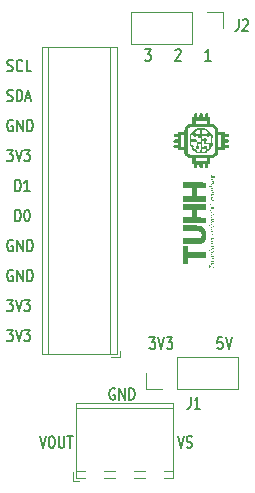
<source format=gbr>
%TF.GenerationSoftware,KiCad,Pcbnew,7.0.10*%
%TF.CreationDate,2024-03-01T13:19:40+01:00*%
%TF.ProjectId,Temp Sensor PCB,54656d70-2053-4656-9e73-6f7220504342,rev?*%
%TF.SameCoordinates,Original*%
%TF.FileFunction,Legend,Top*%
%TF.FilePolarity,Positive*%
%FSLAX46Y46*%
G04 Gerber Fmt 4.6, Leading zero omitted, Abs format (unit mm)*
G04 Created by KiCad (PCBNEW 7.0.10) date 2024-03-01 13:19:40*
%MOMM*%
%LPD*%
G01*
G04 APERTURE LIST*
%ADD10C,0.150000*%
%ADD11C,0.120000*%
G04 APERTURE END LIST*
D10*
X133562969Y-87134819D02*
X134058207Y-87134819D01*
X134058207Y-87134819D02*
X133791541Y-87515771D01*
X133791541Y-87515771D02*
X133905826Y-87515771D01*
X133905826Y-87515771D02*
X133982017Y-87563390D01*
X133982017Y-87563390D02*
X134020112Y-87611009D01*
X134020112Y-87611009D02*
X134058207Y-87706247D01*
X134058207Y-87706247D02*
X134058207Y-87944342D01*
X134058207Y-87944342D02*
X134020112Y-88039580D01*
X134020112Y-88039580D02*
X133982017Y-88087200D01*
X133982017Y-88087200D02*
X133905826Y-88134819D01*
X133905826Y-88134819D02*
X133677255Y-88134819D01*
X133677255Y-88134819D02*
X133601064Y-88087200D01*
X133601064Y-88087200D02*
X133562969Y-88039580D01*
X134286779Y-87134819D02*
X134553446Y-88134819D01*
X134553446Y-88134819D02*
X134820112Y-87134819D01*
X135010588Y-87134819D02*
X135505826Y-87134819D01*
X135505826Y-87134819D02*
X135239160Y-87515771D01*
X135239160Y-87515771D02*
X135353445Y-87515771D01*
X135353445Y-87515771D02*
X135429636Y-87563390D01*
X135429636Y-87563390D02*
X135467731Y-87611009D01*
X135467731Y-87611009D02*
X135505826Y-87706247D01*
X135505826Y-87706247D02*
X135505826Y-87944342D01*
X135505826Y-87944342D02*
X135467731Y-88039580D01*
X135467731Y-88039580D02*
X135429636Y-88087200D01*
X135429636Y-88087200D02*
X135353445Y-88134819D01*
X135353445Y-88134819D02*
X135124874Y-88134819D01*
X135124874Y-88134819D02*
X135048683Y-88087200D01*
X135048683Y-88087200D02*
X135010588Y-88039580D01*
X133562969Y-102374819D02*
X134058207Y-102374819D01*
X134058207Y-102374819D02*
X133791541Y-102755771D01*
X133791541Y-102755771D02*
X133905826Y-102755771D01*
X133905826Y-102755771D02*
X133982017Y-102803390D01*
X133982017Y-102803390D02*
X134020112Y-102851009D01*
X134020112Y-102851009D02*
X134058207Y-102946247D01*
X134058207Y-102946247D02*
X134058207Y-103184342D01*
X134058207Y-103184342D02*
X134020112Y-103279580D01*
X134020112Y-103279580D02*
X133982017Y-103327200D01*
X133982017Y-103327200D02*
X133905826Y-103374819D01*
X133905826Y-103374819D02*
X133677255Y-103374819D01*
X133677255Y-103374819D02*
X133601064Y-103327200D01*
X133601064Y-103327200D02*
X133562969Y-103279580D01*
X134286779Y-102374819D02*
X134553446Y-103374819D01*
X134553446Y-103374819D02*
X134820112Y-102374819D01*
X135010588Y-102374819D02*
X135505826Y-102374819D01*
X135505826Y-102374819D02*
X135239160Y-102755771D01*
X135239160Y-102755771D02*
X135353445Y-102755771D01*
X135353445Y-102755771D02*
X135429636Y-102803390D01*
X135429636Y-102803390D02*
X135467731Y-102851009D01*
X135467731Y-102851009D02*
X135505826Y-102946247D01*
X135505826Y-102946247D02*
X135505826Y-103184342D01*
X135505826Y-103184342D02*
X135467731Y-103279580D01*
X135467731Y-103279580D02*
X135429636Y-103327200D01*
X135429636Y-103327200D02*
X135353445Y-103374819D01*
X135353445Y-103374819D02*
X135124874Y-103374819D01*
X135124874Y-103374819D02*
X135048683Y-103327200D01*
X135048683Y-103327200D02*
X135010588Y-103279580D01*
X148002874Y-111391819D02*
X148269541Y-112391819D01*
X148269541Y-112391819D02*
X148536207Y-111391819D01*
X148764778Y-112344200D02*
X148879064Y-112391819D01*
X148879064Y-112391819D02*
X149069540Y-112391819D01*
X149069540Y-112391819D02*
X149145731Y-112344200D01*
X149145731Y-112344200D02*
X149183826Y-112296580D01*
X149183826Y-112296580D02*
X149221921Y-112201342D01*
X149221921Y-112201342D02*
X149221921Y-112106104D01*
X149221921Y-112106104D02*
X149183826Y-112010866D01*
X149183826Y-112010866D02*
X149145731Y-111963247D01*
X149145731Y-111963247D02*
X149069540Y-111915628D01*
X149069540Y-111915628D02*
X148917159Y-111868009D01*
X148917159Y-111868009D02*
X148840969Y-111820390D01*
X148840969Y-111820390D02*
X148802874Y-111772771D01*
X148802874Y-111772771D02*
X148764778Y-111677533D01*
X148764778Y-111677533D02*
X148764778Y-111582295D01*
X148764778Y-111582295D02*
X148802874Y-111487057D01*
X148802874Y-111487057D02*
X148840969Y-111439438D01*
X148840969Y-111439438D02*
X148917159Y-111391819D01*
X148917159Y-111391819D02*
X149107636Y-111391819D01*
X149107636Y-111391819D02*
X149221921Y-111439438D01*
X142694207Y-107375438D02*
X142618017Y-107327819D01*
X142618017Y-107327819D02*
X142503731Y-107327819D01*
X142503731Y-107327819D02*
X142389445Y-107375438D01*
X142389445Y-107375438D02*
X142313255Y-107470676D01*
X142313255Y-107470676D02*
X142275160Y-107565914D01*
X142275160Y-107565914D02*
X142237064Y-107756390D01*
X142237064Y-107756390D02*
X142237064Y-107899247D01*
X142237064Y-107899247D02*
X142275160Y-108089723D01*
X142275160Y-108089723D02*
X142313255Y-108184961D01*
X142313255Y-108184961D02*
X142389445Y-108280200D01*
X142389445Y-108280200D02*
X142503731Y-108327819D01*
X142503731Y-108327819D02*
X142579922Y-108327819D01*
X142579922Y-108327819D02*
X142694207Y-108280200D01*
X142694207Y-108280200D02*
X142732303Y-108232580D01*
X142732303Y-108232580D02*
X142732303Y-107899247D01*
X142732303Y-107899247D02*
X142579922Y-107899247D01*
X143075160Y-108327819D02*
X143075160Y-107327819D01*
X143075160Y-107327819D02*
X143532303Y-108327819D01*
X143532303Y-108327819D02*
X143532303Y-107327819D01*
X143913255Y-108327819D02*
X143913255Y-107327819D01*
X143913255Y-107327819D02*
X144103731Y-107327819D01*
X144103731Y-107327819D02*
X144218017Y-107375438D01*
X144218017Y-107375438D02*
X144294207Y-107470676D01*
X144294207Y-107470676D02*
X144332302Y-107565914D01*
X144332302Y-107565914D02*
X144370398Y-107756390D01*
X144370398Y-107756390D02*
X144370398Y-107899247D01*
X144370398Y-107899247D02*
X144332302Y-108089723D01*
X144332302Y-108089723D02*
X144294207Y-108184961D01*
X144294207Y-108184961D02*
X144218017Y-108280200D01*
X144218017Y-108280200D02*
X144103731Y-108327819D01*
X144103731Y-108327819D02*
X143913255Y-108327819D01*
X145246969Y-78625819D02*
X145742207Y-78625819D01*
X145742207Y-78625819D02*
X145475541Y-79006771D01*
X145475541Y-79006771D02*
X145589826Y-79006771D01*
X145589826Y-79006771D02*
X145666017Y-79054390D01*
X145666017Y-79054390D02*
X145704112Y-79102009D01*
X145704112Y-79102009D02*
X145742207Y-79197247D01*
X145742207Y-79197247D02*
X145742207Y-79435342D01*
X145742207Y-79435342D02*
X145704112Y-79530580D01*
X145704112Y-79530580D02*
X145666017Y-79578200D01*
X145666017Y-79578200D02*
X145589826Y-79625819D01*
X145589826Y-79625819D02*
X145361255Y-79625819D01*
X145361255Y-79625819D02*
X145285064Y-79578200D01*
X145285064Y-79578200D02*
X145246969Y-79530580D01*
X134274160Y-93214819D02*
X134274160Y-92214819D01*
X134274160Y-92214819D02*
X134464636Y-92214819D01*
X134464636Y-92214819D02*
X134578922Y-92262438D01*
X134578922Y-92262438D02*
X134655112Y-92357676D01*
X134655112Y-92357676D02*
X134693207Y-92452914D01*
X134693207Y-92452914D02*
X134731303Y-92643390D01*
X134731303Y-92643390D02*
X134731303Y-92786247D01*
X134731303Y-92786247D02*
X134693207Y-92976723D01*
X134693207Y-92976723D02*
X134655112Y-93071961D01*
X134655112Y-93071961D02*
X134578922Y-93167200D01*
X134578922Y-93167200D02*
X134464636Y-93214819D01*
X134464636Y-93214819D02*
X134274160Y-93214819D01*
X135226541Y-92214819D02*
X135302731Y-92214819D01*
X135302731Y-92214819D02*
X135378922Y-92262438D01*
X135378922Y-92262438D02*
X135417017Y-92310057D01*
X135417017Y-92310057D02*
X135455112Y-92405295D01*
X135455112Y-92405295D02*
X135493207Y-92595771D01*
X135493207Y-92595771D02*
X135493207Y-92833866D01*
X135493207Y-92833866D02*
X135455112Y-93024342D01*
X135455112Y-93024342D02*
X135417017Y-93119580D01*
X135417017Y-93119580D02*
X135378922Y-93167200D01*
X135378922Y-93167200D02*
X135302731Y-93214819D01*
X135302731Y-93214819D02*
X135226541Y-93214819D01*
X135226541Y-93214819D02*
X135150350Y-93167200D01*
X135150350Y-93167200D02*
X135112255Y-93119580D01*
X135112255Y-93119580D02*
X135074160Y-93024342D01*
X135074160Y-93024342D02*
X135036064Y-92833866D01*
X135036064Y-92833866D02*
X135036064Y-92595771D01*
X135036064Y-92595771D02*
X135074160Y-92405295D01*
X135074160Y-92405295D02*
X135112255Y-92310057D01*
X135112255Y-92310057D02*
X135150350Y-92262438D01*
X135150350Y-92262438D02*
X135226541Y-92214819D01*
X147825064Y-78721057D02*
X147863160Y-78673438D01*
X147863160Y-78673438D02*
X147939350Y-78625819D01*
X147939350Y-78625819D02*
X148129826Y-78625819D01*
X148129826Y-78625819D02*
X148206017Y-78673438D01*
X148206017Y-78673438D02*
X148244112Y-78721057D01*
X148244112Y-78721057D02*
X148282207Y-78816295D01*
X148282207Y-78816295D02*
X148282207Y-78911533D01*
X148282207Y-78911533D02*
X148244112Y-79054390D01*
X148244112Y-79054390D02*
X147786969Y-79625819D01*
X147786969Y-79625819D02*
X148282207Y-79625819D01*
X133601064Y-83007200D02*
X133715350Y-83054819D01*
X133715350Y-83054819D02*
X133905826Y-83054819D01*
X133905826Y-83054819D02*
X133982017Y-83007200D01*
X133982017Y-83007200D02*
X134020112Y-82959580D01*
X134020112Y-82959580D02*
X134058207Y-82864342D01*
X134058207Y-82864342D02*
X134058207Y-82769104D01*
X134058207Y-82769104D02*
X134020112Y-82673866D01*
X134020112Y-82673866D02*
X133982017Y-82626247D01*
X133982017Y-82626247D02*
X133905826Y-82578628D01*
X133905826Y-82578628D02*
X133753445Y-82531009D01*
X133753445Y-82531009D02*
X133677255Y-82483390D01*
X133677255Y-82483390D02*
X133639160Y-82435771D01*
X133639160Y-82435771D02*
X133601064Y-82340533D01*
X133601064Y-82340533D02*
X133601064Y-82245295D01*
X133601064Y-82245295D02*
X133639160Y-82150057D01*
X133639160Y-82150057D02*
X133677255Y-82102438D01*
X133677255Y-82102438D02*
X133753445Y-82054819D01*
X133753445Y-82054819D02*
X133943922Y-82054819D01*
X133943922Y-82054819D02*
X134058207Y-82102438D01*
X134401065Y-83054819D02*
X134401065Y-82054819D01*
X134401065Y-82054819D02*
X134591541Y-82054819D01*
X134591541Y-82054819D02*
X134705827Y-82102438D01*
X134705827Y-82102438D02*
X134782017Y-82197676D01*
X134782017Y-82197676D02*
X134820112Y-82292914D01*
X134820112Y-82292914D02*
X134858208Y-82483390D01*
X134858208Y-82483390D02*
X134858208Y-82626247D01*
X134858208Y-82626247D02*
X134820112Y-82816723D01*
X134820112Y-82816723D02*
X134782017Y-82911961D01*
X134782017Y-82911961D02*
X134705827Y-83007200D01*
X134705827Y-83007200D02*
X134591541Y-83054819D01*
X134591541Y-83054819D02*
X134401065Y-83054819D01*
X135162969Y-82769104D02*
X135543922Y-82769104D01*
X135086779Y-83054819D02*
X135353446Y-82054819D01*
X135353446Y-82054819D02*
X135620112Y-83054819D01*
X133602969Y-80467200D02*
X133718684Y-80514819D01*
X133718684Y-80514819D02*
X133911541Y-80514819D01*
X133911541Y-80514819D02*
X133988684Y-80467200D01*
X133988684Y-80467200D02*
X134027255Y-80419580D01*
X134027255Y-80419580D02*
X134065826Y-80324342D01*
X134065826Y-80324342D02*
X134065826Y-80229104D01*
X134065826Y-80229104D02*
X134027255Y-80133866D01*
X134027255Y-80133866D02*
X133988684Y-80086247D01*
X133988684Y-80086247D02*
X133911541Y-80038628D01*
X133911541Y-80038628D02*
X133757255Y-79991009D01*
X133757255Y-79991009D02*
X133680112Y-79943390D01*
X133680112Y-79943390D02*
X133641541Y-79895771D01*
X133641541Y-79895771D02*
X133602969Y-79800533D01*
X133602969Y-79800533D02*
X133602969Y-79705295D01*
X133602969Y-79705295D02*
X133641541Y-79610057D01*
X133641541Y-79610057D02*
X133680112Y-79562438D01*
X133680112Y-79562438D02*
X133757255Y-79514819D01*
X133757255Y-79514819D02*
X133950112Y-79514819D01*
X133950112Y-79514819D02*
X134065826Y-79562438D01*
X134875827Y-80419580D02*
X134837255Y-80467200D01*
X134837255Y-80467200D02*
X134721541Y-80514819D01*
X134721541Y-80514819D02*
X134644398Y-80514819D01*
X134644398Y-80514819D02*
X134528684Y-80467200D01*
X134528684Y-80467200D02*
X134451541Y-80371961D01*
X134451541Y-80371961D02*
X134412970Y-80276723D01*
X134412970Y-80276723D02*
X134374398Y-80086247D01*
X134374398Y-80086247D02*
X134374398Y-79943390D01*
X134374398Y-79943390D02*
X134412970Y-79752914D01*
X134412970Y-79752914D02*
X134451541Y-79657676D01*
X134451541Y-79657676D02*
X134528684Y-79562438D01*
X134528684Y-79562438D02*
X134644398Y-79514819D01*
X134644398Y-79514819D02*
X134721541Y-79514819D01*
X134721541Y-79514819D02*
X134837255Y-79562438D01*
X134837255Y-79562438D02*
X134875827Y-79610057D01*
X135608684Y-80514819D02*
X135222970Y-80514819D01*
X135222970Y-80514819D02*
X135222970Y-79514819D01*
X149107731Y-108089819D02*
X149107731Y-108804104D01*
X149107731Y-108804104D02*
X149069636Y-108946961D01*
X149069636Y-108946961D02*
X148993445Y-109042200D01*
X148993445Y-109042200D02*
X148879160Y-109089819D01*
X148879160Y-109089819D02*
X148802969Y-109089819D01*
X149907731Y-109089819D02*
X149450588Y-109089819D01*
X149679160Y-109089819D02*
X149679160Y-108089819D01*
X149679160Y-108089819D02*
X149602969Y-108232676D01*
X149602969Y-108232676D02*
X149526779Y-108327914D01*
X149526779Y-108327914D02*
X149450588Y-108375533D01*
X151800112Y-103009819D02*
X151419160Y-103009819D01*
X151419160Y-103009819D02*
X151381064Y-103486009D01*
X151381064Y-103486009D02*
X151419160Y-103438390D01*
X151419160Y-103438390D02*
X151495350Y-103390771D01*
X151495350Y-103390771D02*
X151685826Y-103390771D01*
X151685826Y-103390771D02*
X151762017Y-103438390D01*
X151762017Y-103438390D02*
X151800112Y-103486009D01*
X151800112Y-103486009D02*
X151838207Y-103581247D01*
X151838207Y-103581247D02*
X151838207Y-103819342D01*
X151838207Y-103819342D02*
X151800112Y-103914580D01*
X151800112Y-103914580D02*
X151762017Y-103962200D01*
X151762017Y-103962200D02*
X151685826Y-104009819D01*
X151685826Y-104009819D02*
X151495350Y-104009819D01*
X151495350Y-104009819D02*
X151419160Y-103962200D01*
X151419160Y-103962200D02*
X151381064Y-103914580D01*
X152066779Y-103009819D02*
X152333446Y-104009819D01*
X152333446Y-104009819D02*
X152600112Y-103009819D01*
X136318874Y-111391819D02*
X136585541Y-112391819D01*
X136585541Y-112391819D02*
X136852207Y-111391819D01*
X137271255Y-111391819D02*
X137423636Y-111391819D01*
X137423636Y-111391819D02*
X137499826Y-111439438D01*
X137499826Y-111439438D02*
X137576017Y-111534676D01*
X137576017Y-111534676D02*
X137614112Y-111725152D01*
X137614112Y-111725152D02*
X137614112Y-112058485D01*
X137614112Y-112058485D02*
X137576017Y-112248961D01*
X137576017Y-112248961D02*
X137499826Y-112344200D01*
X137499826Y-112344200D02*
X137423636Y-112391819D01*
X137423636Y-112391819D02*
X137271255Y-112391819D01*
X137271255Y-112391819D02*
X137195064Y-112344200D01*
X137195064Y-112344200D02*
X137118874Y-112248961D01*
X137118874Y-112248961D02*
X137080778Y-112058485D01*
X137080778Y-112058485D02*
X137080778Y-111725152D01*
X137080778Y-111725152D02*
X137118874Y-111534676D01*
X137118874Y-111534676D02*
X137195064Y-111439438D01*
X137195064Y-111439438D02*
X137271255Y-111391819D01*
X137956969Y-111391819D02*
X137956969Y-112201342D01*
X137956969Y-112201342D02*
X137995064Y-112296580D01*
X137995064Y-112296580D02*
X138033159Y-112344200D01*
X138033159Y-112344200D02*
X138109350Y-112391819D01*
X138109350Y-112391819D02*
X138261731Y-112391819D01*
X138261731Y-112391819D02*
X138337921Y-112344200D01*
X138337921Y-112344200D02*
X138376016Y-112296580D01*
X138376016Y-112296580D02*
X138414112Y-112201342D01*
X138414112Y-112201342D02*
X138414112Y-111391819D01*
X138680778Y-111391819D02*
X139137921Y-111391819D01*
X138909349Y-112391819D02*
X138909349Y-111391819D01*
X134058207Y-84642438D02*
X133982017Y-84594819D01*
X133982017Y-84594819D02*
X133867731Y-84594819D01*
X133867731Y-84594819D02*
X133753445Y-84642438D01*
X133753445Y-84642438D02*
X133677255Y-84737676D01*
X133677255Y-84737676D02*
X133639160Y-84832914D01*
X133639160Y-84832914D02*
X133601064Y-85023390D01*
X133601064Y-85023390D02*
X133601064Y-85166247D01*
X133601064Y-85166247D02*
X133639160Y-85356723D01*
X133639160Y-85356723D02*
X133677255Y-85451961D01*
X133677255Y-85451961D02*
X133753445Y-85547200D01*
X133753445Y-85547200D02*
X133867731Y-85594819D01*
X133867731Y-85594819D02*
X133943922Y-85594819D01*
X133943922Y-85594819D02*
X134058207Y-85547200D01*
X134058207Y-85547200D02*
X134096303Y-85499580D01*
X134096303Y-85499580D02*
X134096303Y-85166247D01*
X134096303Y-85166247D02*
X133943922Y-85166247D01*
X134439160Y-85594819D02*
X134439160Y-84594819D01*
X134439160Y-84594819D02*
X134896303Y-85594819D01*
X134896303Y-85594819D02*
X134896303Y-84594819D01*
X135277255Y-85594819D02*
X135277255Y-84594819D01*
X135277255Y-84594819D02*
X135467731Y-84594819D01*
X135467731Y-84594819D02*
X135582017Y-84642438D01*
X135582017Y-84642438D02*
X135658207Y-84737676D01*
X135658207Y-84737676D02*
X135696302Y-84832914D01*
X135696302Y-84832914D02*
X135734398Y-85023390D01*
X135734398Y-85023390D02*
X135734398Y-85166247D01*
X135734398Y-85166247D02*
X135696302Y-85356723D01*
X135696302Y-85356723D02*
X135658207Y-85451961D01*
X135658207Y-85451961D02*
X135582017Y-85547200D01*
X135582017Y-85547200D02*
X135467731Y-85594819D01*
X135467731Y-85594819D02*
X135277255Y-85594819D01*
X153171731Y-76085819D02*
X153171731Y-76800104D01*
X153171731Y-76800104D02*
X153133636Y-76942961D01*
X153133636Y-76942961D02*
X153057445Y-77038200D01*
X153057445Y-77038200D02*
X152943160Y-77085819D01*
X152943160Y-77085819D02*
X152866969Y-77085819D01*
X153514588Y-76181057D02*
X153552684Y-76133438D01*
X153552684Y-76133438D02*
X153628874Y-76085819D01*
X153628874Y-76085819D02*
X153819350Y-76085819D01*
X153819350Y-76085819D02*
X153895541Y-76133438D01*
X153895541Y-76133438D02*
X153933636Y-76181057D01*
X153933636Y-76181057D02*
X153971731Y-76276295D01*
X153971731Y-76276295D02*
X153971731Y-76371533D01*
X153971731Y-76371533D02*
X153933636Y-76514390D01*
X153933636Y-76514390D02*
X153476493Y-77085819D01*
X153476493Y-77085819D02*
X153971731Y-77085819D01*
X133562969Y-99834819D02*
X134058207Y-99834819D01*
X134058207Y-99834819D02*
X133791541Y-100215771D01*
X133791541Y-100215771D02*
X133905826Y-100215771D01*
X133905826Y-100215771D02*
X133982017Y-100263390D01*
X133982017Y-100263390D02*
X134020112Y-100311009D01*
X134020112Y-100311009D02*
X134058207Y-100406247D01*
X134058207Y-100406247D02*
X134058207Y-100644342D01*
X134058207Y-100644342D02*
X134020112Y-100739580D01*
X134020112Y-100739580D02*
X133982017Y-100787200D01*
X133982017Y-100787200D02*
X133905826Y-100834819D01*
X133905826Y-100834819D02*
X133677255Y-100834819D01*
X133677255Y-100834819D02*
X133601064Y-100787200D01*
X133601064Y-100787200D02*
X133562969Y-100739580D01*
X134286779Y-99834819D02*
X134553446Y-100834819D01*
X134553446Y-100834819D02*
X134820112Y-99834819D01*
X135010588Y-99834819D02*
X135505826Y-99834819D01*
X135505826Y-99834819D02*
X135239160Y-100215771D01*
X135239160Y-100215771D02*
X135353445Y-100215771D01*
X135353445Y-100215771D02*
X135429636Y-100263390D01*
X135429636Y-100263390D02*
X135467731Y-100311009D01*
X135467731Y-100311009D02*
X135505826Y-100406247D01*
X135505826Y-100406247D02*
X135505826Y-100644342D01*
X135505826Y-100644342D02*
X135467731Y-100739580D01*
X135467731Y-100739580D02*
X135429636Y-100787200D01*
X135429636Y-100787200D02*
X135353445Y-100834819D01*
X135353445Y-100834819D02*
X135124874Y-100834819D01*
X135124874Y-100834819D02*
X135048683Y-100787200D01*
X135048683Y-100787200D02*
X135010588Y-100739580D01*
X145627969Y-103009819D02*
X146123207Y-103009819D01*
X146123207Y-103009819D02*
X145856541Y-103390771D01*
X145856541Y-103390771D02*
X145970826Y-103390771D01*
X145970826Y-103390771D02*
X146047017Y-103438390D01*
X146047017Y-103438390D02*
X146085112Y-103486009D01*
X146085112Y-103486009D02*
X146123207Y-103581247D01*
X146123207Y-103581247D02*
X146123207Y-103819342D01*
X146123207Y-103819342D02*
X146085112Y-103914580D01*
X146085112Y-103914580D02*
X146047017Y-103962200D01*
X146047017Y-103962200D02*
X145970826Y-104009819D01*
X145970826Y-104009819D02*
X145742255Y-104009819D01*
X145742255Y-104009819D02*
X145666064Y-103962200D01*
X145666064Y-103962200D02*
X145627969Y-103914580D01*
X146351779Y-103009819D02*
X146618446Y-104009819D01*
X146618446Y-104009819D02*
X146885112Y-103009819D01*
X147075588Y-103009819D02*
X147570826Y-103009819D01*
X147570826Y-103009819D02*
X147304160Y-103390771D01*
X147304160Y-103390771D02*
X147418445Y-103390771D01*
X147418445Y-103390771D02*
X147494636Y-103438390D01*
X147494636Y-103438390D02*
X147532731Y-103486009D01*
X147532731Y-103486009D02*
X147570826Y-103581247D01*
X147570826Y-103581247D02*
X147570826Y-103819342D01*
X147570826Y-103819342D02*
X147532731Y-103914580D01*
X147532731Y-103914580D02*
X147494636Y-103962200D01*
X147494636Y-103962200D02*
X147418445Y-104009819D01*
X147418445Y-104009819D02*
X147189874Y-104009819D01*
X147189874Y-104009819D02*
X147113683Y-103962200D01*
X147113683Y-103962200D02*
X147075588Y-103914580D01*
X134058207Y-97342438D02*
X133982017Y-97294819D01*
X133982017Y-97294819D02*
X133867731Y-97294819D01*
X133867731Y-97294819D02*
X133753445Y-97342438D01*
X133753445Y-97342438D02*
X133677255Y-97437676D01*
X133677255Y-97437676D02*
X133639160Y-97532914D01*
X133639160Y-97532914D02*
X133601064Y-97723390D01*
X133601064Y-97723390D02*
X133601064Y-97866247D01*
X133601064Y-97866247D02*
X133639160Y-98056723D01*
X133639160Y-98056723D02*
X133677255Y-98151961D01*
X133677255Y-98151961D02*
X133753445Y-98247200D01*
X133753445Y-98247200D02*
X133867731Y-98294819D01*
X133867731Y-98294819D02*
X133943922Y-98294819D01*
X133943922Y-98294819D02*
X134058207Y-98247200D01*
X134058207Y-98247200D02*
X134096303Y-98199580D01*
X134096303Y-98199580D02*
X134096303Y-97866247D01*
X134096303Y-97866247D02*
X133943922Y-97866247D01*
X134439160Y-98294819D02*
X134439160Y-97294819D01*
X134439160Y-97294819D02*
X134896303Y-98294819D01*
X134896303Y-98294819D02*
X134896303Y-97294819D01*
X135277255Y-98294819D02*
X135277255Y-97294819D01*
X135277255Y-97294819D02*
X135467731Y-97294819D01*
X135467731Y-97294819D02*
X135582017Y-97342438D01*
X135582017Y-97342438D02*
X135658207Y-97437676D01*
X135658207Y-97437676D02*
X135696302Y-97532914D01*
X135696302Y-97532914D02*
X135734398Y-97723390D01*
X135734398Y-97723390D02*
X135734398Y-97866247D01*
X135734398Y-97866247D02*
X135696302Y-98056723D01*
X135696302Y-98056723D02*
X135658207Y-98151961D01*
X135658207Y-98151961D02*
X135582017Y-98247200D01*
X135582017Y-98247200D02*
X135467731Y-98294819D01*
X135467731Y-98294819D02*
X135277255Y-98294819D01*
X134058207Y-94802438D02*
X133982017Y-94754819D01*
X133982017Y-94754819D02*
X133867731Y-94754819D01*
X133867731Y-94754819D02*
X133753445Y-94802438D01*
X133753445Y-94802438D02*
X133677255Y-94897676D01*
X133677255Y-94897676D02*
X133639160Y-94992914D01*
X133639160Y-94992914D02*
X133601064Y-95183390D01*
X133601064Y-95183390D02*
X133601064Y-95326247D01*
X133601064Y-95326247D02*
X133639160Y-95516723D01*
X133639160Y-95516723D02*
X133677255Y-95611961D01*
X133677255Y-95611961D02*
X133753445Y-95707200D01*
X133753445Y-95707200D02*
X133867731Y-95754819D01*
X133867731Y-95754819D02*
X133943922Y-95754819D01*
X133943922Y-95754819D02*
X134058207Y-95707200D01*
X134058207Y-95707200D02*
X134096303Y-95659580D01*
X134096303Y-95659580D02*
X134096303Y-95326247D01*
X134096303Y-95326247D02*
X133943922Y-95326247D01*
X134439160Y-95754819D02*
X134439160Y-94754819D01*
X134439160Y-94754819D02*
X134896303Y-95754819D01*
X134896303Y-95754819D02*
X134896303Y-94754819D01*
X135277255Y-95754819D02*
X135277255Y-94754819D01*
X135277255Y-94754819D02*
X135467731Y-94754819D01*
X135467731Y-94754819D02*
X135582017Y-94802438D01*
X135582017Y-94802438D02*
X135658207Y-94897676D01*
X135658207Y-94897676D02*
X135696302Y-94992914D01*
X135696302Y-94992914D02*
X135734398Y-95183390D01*
X135734398Y-95183390D02*
X135734398Y-95326247D01*
X135734398Y-95326247D02*
X135696302Y-95516723D01*
X135696302Y-95516723D02*
X135658207Y-95611961D01*
X135658207Y-95611961D02*
X135582017Y-95707200D01*
X135582017Y-95707200D02*
X135467731Y-95754819D01*
X135467731Y-95754819D02*
X135277255Y-95754819D01*
X150822207Y-79625819D02*
X150365064Y-79625819D01*
X150593636Y-79625819D02*
X150593636Y-78625819D01*
X150593636Y-78625819D02*
X150517445Y-78768676D01*
X150517445Y-78768676D02*
X150441255Y-78863914D01*
X150441255Y-78863914D02*
X150365064Y-78911533D01*
X134274160Y-90674819D02*
X134274160Y-89674819D01*
X134274160Y-89674819D02*
X134464636Y-89674819D01*
X134464636Y-89674819D02*
X134578922Y-89722438D01*
X134578922Y-89722438D02*
X134655112Y-89817676D01*
X134655112Y-89817676D02*
X134693207Y-89912914D01*
X134693207Y-89912914D02*
X134731303Y-90103390D01*
X134731303Y-90103390D02*
X134731303Y-90246247D01*
X134731303Y-90246247D02*
X134693207Y-90436723D01*
X134693207Y-90436723D02*
X134655112Y-90531961D01*
X134655112Y-90531961D02*
X134578922Y-90627200D01*
X134578922Y-90627200D02*
X134464636Y-90674819D01*
X134464636Y-90674819D02*
X134274160Y-90674819D01*
X135493207Y-90674819D02*
X135036064Y-90674819D01*
X135264636Y-90674819D02*
X135264636Y-89674819D01*
X135264636Y-89674819D02*
X135188445Y-89817676D01*
X135188445Y-89817676D02*
X135112255Y-89912914D01*
X135112255Y-89912914D02*
X135036064Y-89960533D01*
D11*
%TO.C,J4*%
X151825000Y-75505000D02*
X151825000Y-76835000D01*
X150495000Y-75505000D02*
X151825000Y-75505000D01*
X149225000Y-75505000D02*
X144085000Y-75505000D01*
X149225000Y-75505000D02*
X149225000Y-78165000D01*
X144085000Y-75505000D02*
X144085000Y-78165000D01*
X149225000Y-78165000D02*
X144085000Y-78165000D01*
%TO.C,G\u002A\u002A\u002A*%
G36*
X150745789Y-91964677D02*
G01*
X150749000Y-91977308D01*
X150742092Y-91993635D01*
X150729461Y-91996846D01*
X150713134Y-91989939D01*
X150709923Y-91977308D01*
X150716831Y-91960981D01*
X150729461Y-91957770D01*
X150745789Y-91964677D01*
G37*
G36*
X150745760Y-95667664D02*
G01*
X150756234Y-95684001D01*
X150757186Y-95688549D01*
X150756975Y-95705082D01*
X150747440Y-95706776D01*
X150744176Y-95705645D01*
X150725307Y-95700176D01*
X150718893Y-95699385D01*
X150711685Y-95691167D01*
X150709923Y-95679167D01*
X150716080Y-95663951D01*
X150730201Y-95660549D01*
X150745760Y-95667664D01*
G37*
G36*
X150725376Y-93544224D02*
G01*
X150743987Y-93549496D01*
X150749799Y-93550154D01*
X150757089Y-93558344D01*
X150758769Y-93569693D01*
X150753045Y-93585014D01*
X150734346Y-93589231D01*
X150716015Y-93585413D01*
X150710109Y-93570093D01*
X150709923Y-93563763D01*
X150712827Y-93545744D01*
X150723200Y-93543471D01*
X150725376Y-93544224D01*
G37*
G36*
X150745760Y-92434048D02*
G01*
X150756234Y-92450386D01*
X150757186Y-92454933D01*
X150756975Y-92471466D01*
X150747440Y-92473160D01*
X150744176Y-92472029D01*
X150725307Y-92466561D01*
X150718893Y-92465770D01*
X150711685Y-92457552D01*
X150709923Y-92445552D01*
X150716080Y-92430336D01*
X150730201Y-92426933D01*
X150745760Y-92434048D01*
G37*
G36*
X150725376Y-92049532D02*
G01*
X150740949Y-92054705D01*
X150744914Y-92055462D01*
X150748181Y-92063722D01*
X150749000Y-92076046D01*
X150744923Y-92090931D01*
X150733547Y-92090699D01*
X150717974Y-92085527D01*
X150714008Y-92084770D01*
X150710741Y-92076509D01*
X150709923Y-92064186D01*
X150714000Y-92049300D01*
X150725376Y-92049532D01*
G37*
G36*
X148892846Y-95562616D02*
G01*
X148892846Y-95816616D01*
X149645077Y-95816616D01*
X150397307Y-95816616D01*
X150397307Y-96065731D01*
X150397307Y-96314846D01*
X149645077Y-96314846D01*
X148892846Y-96314846D01*
X148892846Y-96583707D01*
X148892846Y-96852567D01*
X148699904Y-96849918D01*
X148506961Y-96847270D01*
X148504460Y-96077943D01*
X148501958Y-95308616D01*
X148697402Y-95308616D01*
X148892846Y-95308616D01*
X148892846Y-95562616D01*
G37*
G36*
X150849134Y-95686784D02*
G01*
X150872040Y-95691410D01*
X150908392Y-95698725D01*
X150952481Y-95707579D01*
X150983461Y-95713792D01*
X151029361Y-95723384D01*
X151059445Y-95731055D01*
X151077155Y-95738189D01*
X151085932Y-95746168D01*
X151089208Y-95756314D01*
X151088638Y-95772111D01*
X151076710Y-95774475D01*
X151069670Y-95773087D01*
X151050628Y-95768939D01*
X151017800Y-95761984D01*
X150976535Y-95753351D01*
X150949269Y-95747694D01*
X150896811Y-95736756D01*
X150860515Y-95728658D01*
X150837404Y-95722301D01*
X150824502Y-95716585D01*
X150818834Y-95710412D01*
X150817423Y-95702680D01*
X150817384Y-95698971D01*
X150820285Y-95686745D01*
X150832611Y-95684135D01*
X150849134Y-95686784D01*
G37*
G36*
X150838514Y-93572289D02*
G01*
X150862247Y-93576002D01*
X150899047Y-93583039D01*
X150951758Y-93593557D01*
X150961480Y-93595498D01*
X151014416Y-93606406D01*
X151050947Y-93615007D01*
X151073930Y-93622272D01*
X151086223Y-93629170D01*
X151090683Y-93636673D01*
X151090923Y-93639467D01*
X151085478Y-93654572D01*
X151078711Y-93657656D01*
X151064974Y-93655747D01*
X151036154Y-93650503D01*
X150996268Y-93642691D01*
X150949336Y-93633077D01*
X150941942Y-93631529D01*
X150889994Y-93620221D01*
X150854428Y-93611291D01*
X150832385Y-93603730D01*
X150821004Y-93596527D01*
X150817426Y-93588672D01*
X150817384Y-93587527D01*
X150817283Y-93579519D01*
X150818876Y-93574205D01*
X150825005Y-93571742D01*
X150838514Y-93572289D01*
G37*
G36*
X150836128Y-92451384D02*
G01*
X150857677Y-92454648D01*
X150891254Y-92461117D01*
X150939500Y-92471019D01*
X150983461Y-92480123D01*
X151029329Y-92489995D01*
X151059402Y-92497853D01*
X151077122Y-92505108D01*
X151085930Y-92513170D01*
X151089267Y-92523454D01*
X151089279Y-92523537D01*
X151088669Y-92539584D01*
X151077501Y-92541315D01*
X151074626Y-92540552D01*
X151057772Y-92536433D01*
X151026824Y-92529532D01*
X150986834Y-92520960D01*
X150959038Y-92515153D01*
X150915347Y-92506073D01*
X150876905Y-92498004D01*
X150849016Y-92492064D01*
X150839365Y-92489943D01*
X150821043Y-92478286D01*
X150817384Y-92465828D01*
X150817235Y-92458546D01*
X150818548Y-92453560D01*
X150823965Y-92451097D01*
X150836128Y-92451384D01*
G37*
G36*
X150840793Y-92792204D02*
G01*
X150846692Y-92807939D01*
X150855871Y-92842465D01*
X150882251Y-92870758D01*
X150924095Y-92891395D01*
X150959038Y-92900076D01*
X151012606Y-92909859D01*
X151049686Y-92917894D01*
X151073137Y-92925162D01*
X151085819Y-92932642D01*
X151090589Y-92941314D01*
X151090923Y-92945271D01*
X151087743Y-92960486D01*
X151083596Y-92963535D01*
X151071805Y-92961422D01*
X151044695Y-92955966D01*
X151006048Y-92947944D01*
X150959643Y-92938133D01*
X150949269Y-92935919D01*
X150894445Y-92923616D01*
X150856471Y-92913553D01*
X150832901Y-92904913D01*
X150821287Y-92896878D01*
X150819110Y-92892423D01*
X150823082Y-92879081D01*
X150837075Y-92876077D01*
X150849832Y-92875230D01*
X150851328Y-92869849D01*
X150840973Y-92855671D01*
X150832907Y-92846020D01*
X150812239Y-92815855D01*
X150808445Y-92794185D01*
X150813455Y-92785571D01*
X150827059Y-92782685D01*
X150840793Y-92792204D01*
G37*
G36*
X150397307Y-92001731D02*
G01*
X150397307Y-92250846D01*
X150021192Y-92250846D01*
X149645077Y-92250846D01*
X149645077Y-92568346D01*
X149645077Y-92885846D01*
X149770492Y-92885846D01*
X149816771Y-92886116D01*
X149877961Y-92886872D01*
X149949442Y-92888034D01*
X150026594Y-92889525D01*
X150104799Y-92891263D01*
X150146607Y-92892297D01*
X150397307Y-92898748D01*
X150397308Y-93143855D01*
X150397309Y-93388962D01*
X149452135Y-93384077D01*
X148506961Y-93379193D01*
X148504351Y-93132520D01*
X148501741Y-92885846D01*
X148873140Y-92885846D01*
X149244538Y-92885846D01*
X149244538Y-92569881D01*
X149244538Y-92253915D01*
X149081786Y-92247496D01*
X149018103Y-92245426D01*
X148941592Y-92243633D01*
X148858962Y-92242235D01*
X148776921Y-92241346D01*
X148710555Y-92241077D01*
X148502077Y-92241077D01*
X148502077Y-91996846D01*
X148502077Y-91752616D01*
X149449692Y-91752616D01*
X150397307Y-91752616D01*
X150397307Y-92001731D01*
G37*
G36*
X150834124Y-95188968D02*
G01*
X150836923Y-95208039D01*
X150844170Y-95245371D01*
X150862929Y-95285589D01*
X150888728Y-95320881D01*
X150913267Y-95341411D01*
X150952521Y-95356718D01*
X150992672Y-95360497D01*
X151027232Y-95352641D01*
X151041257Y-95343549D01*
X151056697Y-95317950D01*
X151061666Y-95283553D01*
X151055412Y-95248514D01*
X151050941Y-95238540D01*
X151045723Y-95216803D01*
X151050036Y-95208826D01*
X151061080Y-95207373D01*
X151072381Y-95220768D01*
X151082436Y-95244403D01*
X151089742Y-95273667D01*
X151092796Y-95303950D01*
X151090095Y-95330643D01*
X151089942Y-95331221D01*
X151076165Y-95364473D01*
X151053381Y-95385369D01*
X151023436Y-95397424D01*
X150976456Y-95401980D01*
X150927734Y-95390638D01*
X150882396Y-95365792D01*
X150845569Y-95329835D01*
X150831656Y-95307877D01*
X150822036Y-95281151D01*
X150816274Y-95249281D01*
X150814717Y-95218393D01*
X150817706Y-95194613D01*
X150824711Y-95184299D01*
X150834124Y-95188968D01*
G37*
G36*
X150829234Y-96428576D02*
G01*
X150834787Y-96446840D01*
X150841075Y-96480923D01*
X150858367Y-96533010D01*
X150889581Y-96573716D01*
X150932092Y-96600655D01*
X150983276Y-96611442D01*
X150984682Y-96611485D01*
X151023234Y-96605077D01*
X151049339Y-96584662D01*
X151061125Y-96551924D01*
X151061615Y-96542267D01*
X151058483Y-96512895D01*
X151050953Y-96489024D01*
X151050941Y-96489002D01*
X151045723Y-96467264D01*
X151050036Y-96459287D01*
X151061544Y-96457055D01*
X151072726Y-96469887D01*
X151082313Y-96493334D01*
X151089034Y-96522944D01*
X151091620Y-96554267D01*
X151088803Y-96582852D01*
X151087073Y-96589150D01*
X151067381Y-96622739D01*
X151036513Y-96643774D01*
X150998044Y-96652512D01*
X150955550Y-96649214D01*
X150912604Y-96634137D01*
X150872782Y-96607541D01*
X150840746Y-96571315D01*
X150825142Y-96539679D01*
X150814678Y-96502219D01*
X150810648Y-96466123D01*
X150814346Y-96438576D01*
X150816153Y-96434679D01*
X150823429Y-96425277D01*
X150829234Y-96428576D01*
G37*
G36*
X150834505Y-89553346D02*
G01*
X150844490Y-89568019D01*
X150846692Y-89580972D01*
X150854069Y-89603356D01*
X150872302Y-89628340D01*
X150895543Y-89649734D01*
X150917946Y-89661345D01*
X150923213Y-89662000D01*
X150939926Y-89663974D01*
X150969834Y-89669200D01*
X151007069Y-89676634D01*
X151014988Y-89678318D01*
X151054282Y-89687627D01*
X151077699Y-89695798D01*
X151088710Y-89704397D01*
X151090923Y-89712510D01*
X151085442Y-89727136D01*
X151078711Y-89729788D01*
X151064942Y-89727589D01*
X151036154Y-89722016D01*
X150996413Y-89713884D01*
X150949784Y-89704008D01*
X150944508Y-89702872D01*
X150892540Y-89691193D01*
X150856904Y-89681828D01*
X150834682Y-89673739D01*
X150822959Y-89665884D01*
X150818965Y-89658111D01*
X150819964Y-89644840D01*
X150833623Y-89644458D01*
X150835937Y-89645035D01*
X150852032Y-89645868D01*
X150856461Y-89641547D01*
X150849034Y-89632909D01*
X150846943Y-89632693D01*
X150835569Y-89624472D01*
X150823278Y-89604909D01*
X150813745Y-89581654D01*
X150810641Y-89562357D01*
X150811423Y-89558706D01*
X150821575Y-89549037D01*
X150834505Y-89553346D01*
G37*
G36*
X150832766Y-93267360D02*
G01*
X150856365Y-93278611D01*
X150890667Y-93296774D01*
X150932645Y-93320277D01*
X150957218Y-93334503D01*
X151015484Y-93369860D01*
X151056665Y-93397873D01*
X151081493Y-93419215D01*
X151090701Y-93434562D01*
X151085022Y-93444587D01*
X151079433Y-93447037D01*
X151064471Y-93450910D01*
X151035691Y-93457549D01*
X150997630Y-93465985D01*
X150954826Y-93475248D01*
X150911815Y-93484368D01*
X150873136Y-93492377D01*
X150843324Y-93498304D01*
X150826919Y-93501179D01*
X150825451Y-93501308D01*
X150818746Y-93493168D01*
X150817384Y-93483043D01*
X150820169Y-93474286D01*
X150830605Y-93466735D01*
X150851818Y-93459194D01*
X150886934Y-93450466D01*
X150922404Y-93442811D01*
X150965026Y-93433726D01*
X150999894Y-93425973D01*
X151022993Y-93420465D01*
X151030363Y-93418245D01*
X151023489Y-93412820D01*
X151002599Y-93399857D01*
X150970806Y-93381219D01*
X150931224Y-93358765D01*
X150925344Y-93355482D01*
X150876009Y-93327029D01*
X150842744Y-93305242D01*
X150823867Y-93288630D01*
X150817693Y-93275698D01*
X150822540Y-93264953D01*
X150822891Y-93264596D01*
X150832766Y-93267360D01*
G37*
G36*
X150838298Y-95452229D02*
G01*
X150840406Y-95477457D01*
X150839599Y-95487019D01*
X150841304Y-95525809D01*
X150853971Y-95553500D01*
X150874128Y-95568422D01*
X150898299Y-95568905D01*
X150923010Y-95553279D01*
X150937498Y-95534066D01*
X150960678Y-95500281D01*
X150983066Y-95481746D01*
X151009382Y-95474963D01*
X151017642Y-95474693D01*
X151052113Y-95482939D01*
X151075939Y-95507018D01*
X151088413Y-95545938D01*
X151090151Y-95576145D01*
X151088826Y-95607195D01*
X151086307Y-95630750D01*
X151084636Y-95637778D01*
X151073060Y-95645440D01*
X151066841Y-95644434D01*
X151058997Y-95635962D01*
X151060302Y-95616841D01*
X151063074Y-95605808D01*
X151066406Y-95569070D01*
X151056527Y-95538885D01*
X151035531Y-95519745D01*
X151021039Y-95515661D01*
X151002970Y-95517033D01*
X150986916Y-95528465D01*
X150967716Y-95553684D01*
X150967099Y-95554602D01*
X150935391Y-95591104D01*
X150902353Y-95608352D01*
X150868249Y-95606222D01*
X150861232Y-95603418D01*
X150835879Y-95582099D01*
X150818330Y-95548171D01*
X150811085Y-95507832D01*
X150812709Y-95483222D01*
X150820985Y-95454623D01*
X150830670Y-95444455D01*
X150838298Y-95452229D01*
G37*
G36*
X150831297Y-92579183D02*
G01*
X150839491Y-92590651D01*
X150840272Y-92617417D01*
X150839402Y-92626381D01*
X150838380Y-92657021D01*
X150845427Y-92677492D01*
X150855319Y-92689320D01*
X150876030Y-92705430D01*
X150894594Y-92707162D01*
X150914454Y-92693414D01*
X150939048Y-92663080D01*
X150939636Y-92662262D01*
X150961481Y-92635564D01*
X150982415Y-92616011D01*
X150994399Y-92609172D01*
X151027711Y-92609746D01*
X151059367Y-92626090D01*
X151075283Y-92643173D01*
X151083841Y-92664268D01*
X151089184Y-92694365D01*
X151091010Y-92726795D01*
X151089019Y-92754889D01*
X151082912Y-92771979D01*
X151081154Y-92773500D01*
X151065650Y-92776455D01*
X151058451Y-92764840D01*
X151062004Y-92743169D01*
X151066971Y-92707529D01*
X151056557Y-92674959D01*
X151039450Y-92656506D01*
X151017111Y-92648448D01*
X150994731Y-92657029D01*
X150970511Y-92683232D01*
X150958889Y-92700467D01*
X150930438Y-92732321D01*
X150898705Y-92746693D01*
X150867129Y-92743753D01*
X150839150Y-92723671D01*
X150820910Y-92693602D01*
X150813304Y-92665799D01*
X150810755Y-92635155D01*
X150812786Y-92606914D01*
X150818922Y-92586320D01*
X150828686Y-92578618D01*
X150831297Y-92579183D01*
G37*
G36*
X150947675Y-93110539D02*
G01*
X150949269Y-93203346D01*
X150986131Y-93202212D01*
X151016078Y-93196851D01*
X151040332Y-93185246D01*
X151042305Y-93183602D01*
X151056864Y-93158912D01*
X151061483Y-93125522D01*
X151055776Y-93091773D01*
X151047306Y-93074919D01*
X151038554Y-93054784D01*
X151045057Y-93043548D01*
X151053223Y-93042154D01*
X151064986Y-93050894D01*
X151076612Y-93073209D01*
X151085910Y-93103245D01*
X151090690Y-93135148D01*
X151090923Y-93142914D01*
X151087290Y-93177107D01*
X151074134Y-93202039D01*
X151066198Y-93210753D01*
X151029912Y-93234319D01*
X150986538Y-93243134D01*
X150940295Y-93238383D01*
X150909855Y-93226767D01*
X150895400Y-93221251D01*
X150856073Y-93192921D01*
X150826530Y-93154577D01*
X150820387Y-93141733D01*
X150811878Y-93104720D01*
X150838779Y-93104720D01*
X150847259Y-93134882D01*
X150867264Y-93160350D01*
X150892951Y-93181867D01*
X150909855Y-93188388D01*
X150919666Y-93178737D01*
X150924071Y-93151740D01*
X150924846Y-93120308D01*
X150924531Y-93084596D01*
X150922502Y-93064159D01*
X150917132Y-93054735D01*
X150906794Y-93052061D01*
X150898750Y-93051923D01*
X150865712Y-93059153D01*
X150845326Y-93078114D01*
X150838779Y-93104720D01*
X150811878Y-93104720D01*
X150810636Y-93099316D01*
X150818379Y-93064030D01*
X150842275Y-93037802D01*
X150880986Y-93022561D01*
X150905201Y-93019675D01*
X150946081Y-93017731D01*
X150947675Y-93110539D01*
G37*
G36*
X150740374Y-96903139D02*
G01*
X150746270Y-96912534D01*
X150748640Y-96933654D01*
X150749000Y-96959616D01*
X150749618Y-96990536D01*
X150751226Y-97011775D01*
X150753084Y-97018231D01*
X150763517Y-97020133D01*
X150789872Y-97025403D01*
X150828948Y-97033390D01*
X150877548Y-97043439D01*
X150920650Y-97052423D01*
X150974457Y-97063638D01*
X151021213Y-97073307D01*
X151057736Y-97080780D01*
X151080844Y-97085405D01*
X151087527Y-97086616D01*
X151090291Y-97094838D01*
X151090923Y-97106154D01*
X151087464Y-97122038D01*
X151082678Y-97125693D01*
X151070058Y-97123807D01*
X151042385Y-97118698D01*
X151003721Y-97111193D01*
X150958127Y-97102116D01*
X150909664Y-97092292D01*
X150862395Y-97082546D01*
X150820382Y-97073703D01*
X150787684Y-97066589D01*
X150768365Y-97062028D01*
X150766096Y-97061382D01*
X150756616Y-97060678D01*
X150751441Y-97068774D01*
X150749326Y-97089589D01*
X150749000Y-97115265D01*
X150748302Y-97148226D01*
X150745233Y-97166116D01*
X150738326Y-97173384D01*
X150729461Y-97174539D01*
X150721730Y-97173524D01*
X150716360Y-97168479D01*
X150712924Y-97156400D01*
X150710992Y-97134284D01*
X150710135Y-97099131D01*
X150709925Y-97047935D01*
X150709923Y-97037770D01*
X150710068Y-96983648D01*
X150710788Y-96946061D01*
X150712514Y-96922008D01*
X150715673Y-96908484D01*
X150720695Y-96902488D01*
X150728009Y-96901016D01*
X150729461Y-96901000D01*
X150740374Y-96903139D01*
G37*
G36*
X150949269Y-96805736D02*
G01*
X150949269Y-96896116D01*
X150979097Y-96899034D01*
X151015579Y-96894624D01*
X151042426Y-96875891D01*
X151057624Y-96846503D01*
X151059158Y-96810127D01*
X151047351Y-96774754D01*
X151038553Y-96749511D01*
X151044483Y-96736618D01*
X151053223Y-96734923D01*
X151065067Y-96743689D01*
X151076668Y-96766151D01*
X151085909Y-96796558D01*
X151090677Y-96829157D01*
X151090923Y-96837459D01*
X151087611Y-96872103D01*
X151075744Y-96896518D01*
X151067591Y-96905682D01*
X151032034Y-96928482D01*
X150989068Y-96936826D01*
X150942943Y-96931936D01*
X150909440Y-96919364D01*
X150897907Y-96915036D01*
X150858208Y-96887350D01*
X150828096Y-96850099D01*
X150820387Y-96834502D01*
X150812259Y-96799729D01*
X150836923Y-96799729D01*
X150843934Y-96822415D01*
X150861263Y-96847676D01*
X150883346Y-96869243D01*
X150904625Y-96880849D01*
X150909440Y-96881462D01*
X150917730Y-96877977D01*
X150922479Y-96864998D01*
X150924542Y-96838742D01*
X150924846Y-96813077D01*
X150924421Y-96777299D01*
X150922227Y-96756817D01*
X150916885Y-96747390D01*
X150907016Y-96744780D01*
X150902596Y-96744693D01*
X150871980Y-96752045D01*
X150848174Y-96770784D01*
X150837116Y-96795935D01*
X150836923Y-96799729D01*
X150812259Y-96799729D01*
X150810444Y-96791963D01*
X150817829Y-96756959D01*
X150841137Y-96731467D01*
X150878964Y-96717462D01*
X150905039Y-96715371D01*
X150949269Y-96715357D01*
X150949269Y-96805736D01*
G37*
G36*
X150947822Y-94693154D02*
G01*
X150949269Y-94785962D01*
X150979097Y-94788880D01*
X151015275Y-94784358D01*
X151042182Y-94765456D01*
X151057770Y-94735943D01*
X151059997Y-94699593D01*
X151047839Y-94662095D01*
X151039218Y-94637821D01*
X151045362Y-94626065D01*
X151053223Y-94624770D01*
X151065067Y-94633535D01*
X151076668Y-94655997D01*
X151085909Y-94686404D01*
X151090677Y-94719003D01*
X151090923Y-94727305D01*
X151087491Y-94762372D01*
X151075396Y-94786908D01*
X151068385Y-94794734D01*
X151032730Y-94817626D01*
X150989626Y-94826099D01*
X150943346Y-94821364D01*
X150909440Y-94808811D01*
X150898161Y-94804635D01*
X150858344Y-94777124D01*
X150828167Y-94740043D01*
X150820387Y-94724348D01*
X150812448Y-94689575D01*
X150836923Y-94689575D01*
X150843934Y-94712262D01*
X150861263Y-94737522D01*
X150883346Y-94759089D01*
X150904625Y-94770695D01*
X150909440Y-94771308D01*
X150917730Y-94767823D01*
X150922479Y-94754845D01*
X150924542Y-94728589D01*
X150924846Y-94702923D01*
X150924421Y-94667145D01*
X150922227Y-94646663D01*
X150916885Y-94637236D01*
X150907016Y-94634627D01*
X150902596Y-94634539D01*
X150871980Y-94641891D01*
X150848174Y-94660630D01*
X150837116Y-94685781D01*
X150836923Y-94689575D01*
X150812448Y-94689575D01*
X150810711Y-94681965D01*
X150818516Y-94646579D01*
X150842382Y-94620220D01*
X150880895Y-94604919D01*
X150905752Y-94602026D01*
X150946375Y-94600346D01*
X150947822Y-94693154D01*
G37*
G36*
X149038084Y-89916147D02*
G01*
X149156142Y-89916565D01*
X149284678Y-89917224D01*
X149419161Y-89918092D01*
X149555061Y-89919140D01*
X149687850Y-89920336D01*
X149812998Y-89921648D01*
X149882815Y-89922483D01*
X150397307Y-89928965D01*
X150397312Y-90174040D01*
X150397317Y-90419116D01*
X150021063Y-90416341D01*
X149644809Y-90413566D01*
X149647385Y-90733831D01*
X149648197Y-90822522D01*
X149649120Y-90893558D01*
X149650257Y-90948824D01*
X149651708Y-90990203D01*
X149653574Y-91019579D01*
X149655955Y-91038836D01*
X149658954Y-91049857D01*
X149662672Y-91054528D01*
X149664615Y-91055060D01*
X149677453Y-91055319D01*
X149707553Y-91055634D01*
X149752639Y-91055988D01*
X149810433Y-91056368D01*
X149878660Y-91056758D01*
X149955044Y-91057143D01*
X150037307Y-91057508D01*
X150038288Y-91057512D01*
X150397307Y-91059000D01*
X150397307Y-91309703D01*
X150397307Y-91560406D01*
X150014707Y-91553934D01*
X149928039Y-91552656D01*
X149825517Y-91551462D01*
X149710823Y-91550377D01*
X149587642Y-91549426D01*
X149459658Y-91548634D01*
X149330553Y-91548026D01*
X149204013Y-91547628D01*
X149083720Y-91547465D01*
X149067092Y-91547462D01*
X148502077Y-91547462D01*
X148502077Y-91298346D01*
X148502077Y-91049231D01*
X148873307Y-91049231D01*
X149244538Y-91049231D01*
X149244538Y-90731849D01*
X149244538Y-90414466D01*
X148875750Y-90411906D01*
X148506961Y-90409346D01*
X148504351Y-90162673D01*
X148501741Y-89916000D01*
X148935032Y-89916000D01*
X149038084Y-89916147D01*
G37*
G36*
X150920918Y-95840402D02*
G01*
X150944384Y-95845263D01*
X150973798Y-95852362D01*
X151011782Y-95860716D01*
X151034750Y-95865439D01*
X151067125Y-95873050D01*
X151084309Y-95880981D01*
X151090542Y-95891585D01*
X151090923Y-95896601D01*
X151086791Y-95911157D01*
X151071087Y-95912297D01*
X151068942Y-95911861D01*
X151000684Y-95897439D01*
X150948900Y-95887231D01*
X150911052Y-95880947D01*
X150884602Y-95878297D01*
X150867012Y-95878990D01*
X150855744Y-95882735D01*
X150850425Y-95886850D01*
X150841152Y-95898822D01*
X150841056Y-95912178D01*
X150850249Y-95934547D01*
X150851142Y-95936436D01*
X150868994Y-95967620D01*
X150890909Y-95990268D01*
X150921166Y-96007064D01*
X150964047Y-96020691D01*
X150998086Y-96028564D01*
X151043250Y-96039204D01*
X151071698Y-96048635D01*
X151086122Y-96057900D01*
X151089168Y-96063835D01*
X151085130Y-96077564D01*
X151072707Y-96080385D01*
X151053077Y-96078295D01*
X151021802Y-96072859D01*
X150991394Y-96066510D01*
X150946891Y-96056740D01*
X150899380Y-96046676D01*
X150873557Y-96041394D01*
X150840902Y-96033590D01*
X150823613Y-96025400D01*
X150817603Y-96014620D01*
X150817384Y-96011122D01*
X150820581Y-95998143D01*
X150833847Y-95996458D01*
X150844250Y-95998623D01*
X150862494Y-96002297D01*
X150864199Y-95998122D01*
X150854391Y-95986240D01*
X150831281Y-95952218D01*
X150817445Y-95915606D01*
X150813698Y-95881346D01*
X150820853Y-95854381D01*
X150830913Y-95843631D01*
X150851568Y-95837866D01*
X150883966Y-95836825D01*
X150920918Y-95840402D01*
G37*
G36*
X150732863Y-94001863D02*
G01*
X150765256Y-94008133D01*
X150807626Y-94017299D01*
X150855563Y-94028310D01*
X150904655Y-94040113D01*
X150950489Y-94051658D01*
X150988655Y-94061894D01*
X151014741Y-94069768D01*
X151022720Y-94072902D01*
X151059628Y-94102358D01*
X151082264Y-94144834D01*
X151090271Y-94199628D01*
X151090267Y-94204693D01*
X151088386Y-94239161D01*
X151084216Y-94268449D01*
X151081060Y-94279835D01*
X151059616Y-94308407D01*
X151024695Y-94327043D01*
X150980849Y-94333332D01*
X150980051Y-94333318D01*
X150947249Y-94330406D01*
X150898483Y-94322570D01*
X150832874Y-94309649D01*
X150749543Y-94291479D01*
X150731904Y-94287481D01*
X150713537Y-94275747D01*
X150709923Y-94263122D01*
X150709867Y-94254125D01*
X150711695Y-94248318D01*
X150718398Y-94245821D01*
X150732965Y-94246751D01*
X150758390Y-94251226D01*
X150797662Y-94259366D01*
X150839401Y-94268243D01*
X150887669Y-94277919D01*
X150931971Y-94285776D01*
X150967112Y-94290955D01*
X150986679Y-94292616D01*
X151022460Y-94283934D01*
X151048862Y-94260129D01*
X151062843Y-94224559D01*
X151064279Y-94206934D01*
X151061950Y-94174493D01*
X151053384Y-94148837D01*
X151036218Y-94128341D01*
X151008087Y-94111379D01*
X150966627Y-94096326D01*
X150909474Y-94081555D01*
X150868945Y-94072635D01*
X150821910Y-94062642D01*
X150780186Y-94053726D01*
X150748461Y-94046890D01*
X150731904Y-94043251D01*
X150713537Y-94031516D01*
X150709923Y-94018891D01*
X150712017Y-94003093D01*
X150714860Y-93999539D01*
X150732863Y-94001863D01*
G37*
G36*
X150846986Y-89782667D02*
G01*
X150875361Y-89787698D01*
X150917754Y-89796579D01*
X150963818Y-89806608D01*
X151015858Y-89818454D01*
X151051552Y-89827951D01*
X151073799Y-89836139D01*
X151085496Y-89844055D01*
X151089366Y-89851629D01*
X151089135Y-89863730D01*
X151078476Y-89866421D01*
X151061994Y-89863811D01*
X151031086Y-89857629D01*
X151061004Y-89893925D01*
X151081337Y-89927515D01*
X151091012Y-89962857D01*
X151089127Y-89994108D01*
X151079200Y-90011739D01*
X151069786Y-90018627D01*
X151056455Y-90022088D01*
X151035950Y-90021930D01*
X151005019Y-90017964D01*
X150960408Y-90009999D01*
X150922404Y-90002561D01*
X150875390Y-89992720D01*
X150844535Y-89984779D01*
X150826701Y-89977570D01*
X150818750Y-89969927D01*
X150817384Y-89963477D01*
X150817584Y-89954460D01*
X150820295Y-89948922D01*
X150828686Y-89946920D01*
X150845924Y-89948515D01*
X150875178Y-89953764D01*
X150919616Y-89962726D01*
X150933904Y-89965642D01*
X150976798Y-89973635D01*
X151013361Y-89979054D01*
X151038871Y-89981276D01*
X151047611Y-89980603D01*
X151060231Y-89966952D01*
X151059802Y-89943569D01*
X151047192Y-89914432D01*
X151027372Y-89887923D01*
X151009179Y-89869337D01*
X150991339Y-89856601D01*
X150968470Y-89847293D01*
X150935193Y-89838991D01*
X150905257Y-89832952D01*
X150862848Y-89824099D01*
X150836372Y-89816634D01*
X150822417Y-89809183D01*
X150817573Y-89800373D01*
X150817384Y-89797558D01*
X150817827Y-89788931D01*
X150821033Y-89783457D01*
X150829814Y-89781311D01*
X150846986Y-89782667D01*
G37*
G36*
X150842980Y-92229117D02*
G01*
X150846682Y-92253137D01*
X150846692Y-92255038D01*
X150847615Y-92273941D01*
X150853436Y-92285115D01*
X150868733Y-92292213D01*
X150898081Y-92298885D01*
X150902865Y-92299851D01*
X150942137Y-92307870D01*
X150980584Y-92315895D01*
X150998115Y-92319641D01*
X151033272Y-92322356D01*
X151053873Y-92312210D01*
X151059734Y-92289346D01*
X151057198Y-92273654D01*
X151051682Y-92249951D01*
X151051463Y-92238976D01*
X151056851Y-92234569D01*
X151059199Y-92233742D01*
X151071163Y-92238264D01*
X151080841Y-92256448D01*
X151087198Y-92282456D01*
X151089199Y-92310453D01*
X151085811Y-92334600D01*
X151079200Y-92346585D01*
X151058548Y-92355359D01*
X151023280Y-92357542D01*
X150977146Y-92353203D01*
X150929730Y-92343850D01*
X150889996Y-92334625D01*
X150865515Y-92330867D01*
X150852597Y-92333257D01*
X150847552Y-92342471D01*
X150846692Y-92359122D01*
X150843001Y-92380386D01*
X150834565Y-92385356D01*
X150825343Y-92375233D01*
X150819292Y-92351216D01*
X150819250Y-92350802D01*
X150815965Y-92333017D01*
X150807253Y-92322312D01*
X150788113Y-92314997D01*
X150763077Y-92309342D01*
X150731666Y-92301492D01*
X150715422Y-92293061D01*
X150710065Y-92281561D01*
X150709923Y-92278403D01*
X150713083Y-92264629D01*
X150726294Y-92262920D01*
X150735486Y-92264913D01*
X150774861Y-92274480D01*
X150799028Y-92278587D01*
X150811697Y-92276653D01*
X150816579Y-92268096D01*
X150817384Y-92252333D01*
X150817384Y-92252068D01*
X150821402Y-92228274D01*
X150832038Y-92221539D01*
X150842980Y-92229117D01*
G37*
G36*
X150894046Y-93723660D02*
G01*
X150943585Y-93731707D01*
X150967442Y-93736388D01*
X151019766Y-93747344D01*
X151055516Y-93756101D01*
X151077372Y-93763788D01*
X151088012Y-93771534D01*
X151090117Y-93780468D01*
X151088238Y-93787289D01*
X151083066Y-93792856D01*
X151071015Y-93794690D01*
X151048821Y-93792546D01*
X151013221Y-93786178D01*
X150978165Y-93778988D01*
X150920391Y-93767925D01*
X150879658Y-93763364D01*
X150854335Y-93766041D01*
X150842795Y-93776691D01*
X150843409Y-93796052D01*
X150854549Y-93824859D01*
X150858515Y-93833072D01*
X150873330Y-93859164D01*
X150890348Y-93878005D01*
X150913695Y-93891934D01*
X150947497Y-93903290D01*
X150995879Y-93914413D01*
X151005442Y-93916366D01*
X151046894Y-93925335D01*
X151072566Y-93932827D01*
X151085987Y-93940355D01*
X151090685Y-93949430D01*
X151090923Y-93952997D01*
X151086835Y-93966931D01*
X151071284Y-93967570D01*
X151068942Y-93967032D01*
X151050910Y-93963125D01*
X151018411Y-93956503D01*
X150976168Y-93948113D01*
X150932173Y-93939537D01*
X150882877Y-93929623D01*
X150849811Y-93921732D01*
X150829915Y-93914778D01*
X150820128Y-93907674D01*
X150817391Y-93899334D01*
X150817384Y-93898775D01*
X150821078Y-93885827D01*
X150835665Y-93884931D01*
X150841807Y-93886320D01*
X150861330Y-93887833D01*
X150864626Y-93879407D01*
X150851454Y-93862339D01*
X150847060Y-93858218D01*
X150828119Y-93832667D01*
X150814954Y-93799607D01*
X150810532Y-93767854D01*
X150812454Y-93755451D01*
X150821298Y-93737177D01*
X150835868Y-93726030D01*
X150859129Y-93721646D01*
X150894046Y-93723660D01*
G37*
G36*
X150842876Y-91720953D02*
G01*
X150846665Y-91744617D01*
X150846692Y-91747731D01*
X150847422Y-91770348D01*
X150849215Y-91781634D01*
X150849592Y-91781923D01*
X150859758Y-91783867D01*
X150884647Y-91789085D01*
X150919901Y-91796655D01*
X150941750Y-91801404D01*
X150982543Y-91809364D01*
X151017186Y-91814398D01*
X151040530Y-91815835D01*
X151046312Y-91815013D01*
X151059023Y-91800927D01*
X151060350Y-91776810D01*
X151052025Y-91752950D01*
X151047924Y-91736709D01*
X151055694Y-91729942D01*
X151069261Y-91733213D01*
X151080389Y-91750200D01*
X151087845Y-91775119D01*
X151090394Y-91802185D01*
X151086803Y-91825614D01*
X151078711Y-91837826D01*
X151062026Y-91847954D01*
X151042360Y-91852568D01*
X151015240Y-91851741D01*
X150976195Y-91845547D01*
X150948491Y-91839979D01*
X150909253Y-91831899D01*
X150877431Y-91825567D01*
X150857750Y-91821914D01*
X150854019Y-91821385D01*
X150848932Y-91829612D01*
X150846697Y-91850043D01*
X150846692Y-91851122D01*
X150842969Y-91872376D01*
X150834479Y-91877336D01*
X150825237Y-91867161D01*
X150819281Y-91843214D01*
X150814606Y-91822645D01*
X150801914Y-91812145D01*
X150780204Y-91806811D01*
X150743423Y-91799459D01*
X150722092Y-91792283D01*
X150712247Y-91783252D01*
X150709923Y-91770838D01*
X150714627Y-91756417D01*
X150727019Y-91756321D01*
X150747908Y-91761355D01*
X150776633Y-91767094D01*
X150780750Y-91767836D01*
X150804574Y-91771103D01*
X150814882Y-91766935D01*
X150817334Y-91751638D01*
X150817384Y-91743934D01*
X150821439Y-91720197D01*
X150832038Y-91713539D01*
X150842876Y-91720953D01*
G37*
G36*
X150953743Y-90094183D02*
G01*
X150994675Y-90111779D01*
X151032668Y-90141054D01*
X151032955Y-90141340D01*
X151065570Y-90183747D01*
X151084346Y-90233707D01*
X151090834Y-90295487D01*
X151090868Y-90300582D01*
X151090140Y-90328853D01*
X151086333Y-90342130D01*
X151077143Y-90344938D01*
X151068942Y-90343658D01*
X151061615Y-90342152D01*
X150964331Y-90322163D01*
X150877941Y-90303864D01*
X150808760Y-90288519D01*
X150755778Y-90275883D01*
X150717981Y-90265713D01*
X150694359Y-90257766D01*
X150683898Y-90251798D01*
X150683297Y-90250822D01*
X150681017Y-90238687D01*
X150687753Y-90232619D01*
X150706300Y-90232325D01*
X150739448Y-90237514D01*
X150763941Y-90242398D01*
X150808156Y-90251326D01*
X150835910Y-90256005D01*
X150849829Y-90256364D01*
X150852540Y-90252329D01*
X150846669Y-90243828D01*
X150843444Y-90240193D01*
X150828421Y-90217798D01*
X150817123Y-90192990D01*
X150814511Y-90175174D01*
X150842409Y-90175174D01*
X150846330Y-90202010D01*
X150867494Y-90232934D01*
X150876119Y-90242210D01*
X150896726Y-90259002D01*
X150924282Y-90271981D01*
X150964090Y-90283407D01*
X150982590Y-90287608D01*
X151061615Y-90304758D01*
X151061615Y-90268131D01*
X151054365Y-90229095D01*
X151039601Y-90198839D01*
X151009596Y-90165834D01*
X150972813Y-90142227D01*
X150933665Y-90129193D01*
X150896566Y-90127908D01*
X150865930Y-90139548D01*
X150855111Y-90149703D01*
X150842409Y-90175174D01*
X150814511Y-90175174D01*
X150811677Y-90155838D01*
X150821581Y-90125987D01*
X150843789Y-90104166D01*
X150875251Y-90091106D01*
X150912918Y-90087535D01*
X150953743Y-90094183D01*
G37*
G36*
X150899790Y-94897407D02*
G01*
X150941335Y-94904026D01*
X150978577Y-94911157D01*
X151025627Y-94921189D01*
X151056819Y-94929099D01*
X151075522Y-94936244D01*
X151085104Y-94943980D01*
X151088933Y-94953667D01*
X151089279Y-94955780D01*
X151088715Y-94972027D01*
X151077729Y-94973969D01*
X151074626Y-94973165D01*
X151064120Y-94970455D01*
X151046861Y-94966536D01*
X151020188Y-94960849D01*
X150981438Y-94952833D01*
X150927951Y-94941928D01*
X150883155Y-94932849D01*
X150859839Y-94935675D01*
X150846525Y-94952394D01*
X150845998Y-94978740D01*
X150848199Y-94986356D01*
X150864897Y-95021850D01*
X150888840Y-95048110D01*
X150923581Y-95067515D01*
X150972673Y-95082445D01*
X151000557Y-95088368D01*
X151043647Y-95097309D01*
X151070772Y-95104788D01*
X151085304Y-95112142D01*
X151090617Y-95120709D01*
X151090923Y-95124212D01*
X151087666Y-95139419D01*
X151083596Y-95142514D01*
X151070427Y-95140547D01*
X151042065Y-95135181D01*
X151002063Y-95127171D01*
X150953975Y-95117271D01*
X150901354Y-95106236D01*
X150847755Y-95094821D01*
X150796732Y-95083782D01*
X150751837Y-95073872D01*
X150716626Y-95065847D01*
X150694650Y-95060463D01*
X150689117Y-95058717D01*
X150681175Y-95046167D01*
X150683104Y-95031748D01*
X150692827Y-95025651D01*
X150708167Y-95027823D01*
X150736268Y-95033158D01*
X150768538Y-95039962D01*
X150813984Y-95049548D01*
X150842624Y-95054022D01*
X150856620Y-95052969D01*
X150858131Y-95045973D01*
X150849319Y-95032619D01*
X150843503Y-95025542D01*
X150821072Y-94990056D01*
X150811545Y-94955039D01*
X150814746Y-94924462D01*
X150830495Y-94902294D01*
X150849416Y-94893789D01*
X150867519Y-94893775D01*
X150899790Y-94897407D01*
G37*
G36*
X150899790Y-96147868D02*
G01*
X150941335Y-96154487D01*
X150978577Y-96161618D01*
X151025713Y-96171687D01*
X151056968Y-96179652D01*
X151075697Y-96186850D01*
X151085251Y-96194617D01*
X151088984Y-96204289D01*
X151089208Y-96205698D01*
X151088649Y-96221487D01*
X151076754Y-96223828D01*
X151069670Y-96222415D01*
X151010107Y-96208822D01*
X150966015Y-96199248D01*
X150933896Y-96193041D01*
X150910247Y-96189551D01*
X150891568Y-96188129D01*
X150884372Y-96187991D01*
X150856733Y-96191513D01*
X150844315Y-96203754D01*
X150846328Y-96226787D01*
X150858515Y-96255842D01*
X150873438Y-96282107D01*
X150890588Y-96301079D01*
X150914101Y-96315112D01*
X150948111Y-96326565D01*
X150996754Y-96337794D01*
X151005442Y-96339579D01*
X151047341Y-96348789D01*
X151073289Y-96356592D01*
X151086672Y-96364391D01*
X151090874Y-96373587D01*
X151090923Y-96374989D01*
X151087307Y-96390026D01*
X151082910Y-96393000D01*
X151070077Y-96391036D01*
X151042004Y-96385650D01*
X151002234Y-96377600D01*
X150954312Y-96367644D01*
X150901781Y-96356541D01*
X150848185Y-96345048D01*
X150797067Y-96333925D01*
X150751972Y-96323929D01*
X150716442Y-96315819D01*
X150694023Y-96310352D01*
X150688024Y-96308503D01*
X150680350Y-96295253D01*
X150685612Y-96281124D01*
X150697711Y-96276118D01*
X150716049Y-96278521D01*
X150746041Y-96284391D01*
X150773423Y-96290619D01*
X150817523Y-96300699D01*
X150844833Y-96304991D01*
X150857349Y-96303078D01*
X150857065Y-96294545D01*
X150845977Y-96278974D01*
X150843503Y-96276004D01*
X150821072Y-96240518D01*
X150811545Y-96205501D01*
X150814746Y-96174923D01*
X150830495Y-96152756D01*
X150849416Y-96144250D01*
X150867519Y-96144237D01*
X150899790Y-96147868D01*
G37*
G36*
X151076269Y-91957770D02*
G01*
X151087108Y-91976009D01*
X151090923Y-91998043D01*
X151086398Y-92020428D01*
X151076269Y-92026154D01*
X151063562Y-92030231D01*
X151065885Y-92043669D01*
X151076580Y-92059771D01*
X151088971Y-92088287D01*
X151090767Y-92121362D01*
X151082504Y-92151166D01*
X151069211Y-92167254D01*
X151036102Y-92181120D01*
X151016007Y-92177924D01*
X151002768Y-92175819D01*
X150976161Y-92158617D01*
X150951061Y-92127212D01*
X150932916Y-92084563D01*
X150924962Y-92038609D01*
X150924846Y-92032790D01*
X150924663Y-92031809D01*
X150946475Y-92031809D01*
X150950507Y-92055706D01*
X150954192Y-92070253D01*
X150970084Y-92107330D01*
X150991748Y-92132097D01*
X151016007Y-92142887D01*
X151039688Y-92138034D01*
X151055097Y-92123215D01*
X151064819Y-92095082D01*
X151055387Y-92065239D01*
X151041201Y-92047003D01*
X151022306Y-92033840D01*
X150996042Y-92023165D01*
X150969757Y-92017111D01*
X150950797Y-92017808D01*
X150947465Y-92019817D01*
X150946475Y-92031809D01*
X150924663Y-92031809D01*
X150921473Y-92014697D01*
X150907628Y-92005150D01*
X150891287Y-92001205D01*
X150858438Y-91999559D01*
X150840468Y-92009977D01*
X150837238Y-92032798D01*
X150848605Y-92068358D01*
X150856389Y-92084627D01*
X150867895Y-92111860D01*
X150867690Y-92126714D01*
X150864676Y-92129692D01*
X150850798Y-92128345D01*
X150835782Y-92110868D01*
X150821924Y-92080368D01*
X150817348Y-92065682D01*
X150809332Y-92030148D01*
X150809789Y-92005585D01*
X150819365Y-91985066D01*
X150825639Y-91976753D01*
X150843663Y-91954494D01*
X150930658Y-91971495D01*
X150972222Y-91979719D01*
X151008580Y-91987094D01*
X151033905Y-91992433D01*
X151039634Y-91993730D01*
X151055594Y-91994583D01*
X151061184Y-91983129D01*
X151061615Y-91972286D01*
X151063183Y-91954478D01*
X151069895Y-91953105D01*
X151076269Y-91957770D01*
G37*
G36*
X151076269Y-90873385D02*
G01*
X151087108Y-90891624D01*
X151090923Y-90913658D01*
X151086398Y-90936043D01*
X151076269Y-90941770D01*
X151063562Y-90945847D01*
X151065885Y-90959285D01*
X151076580Y-90975387D01*
X151088971Y-91003902D01*
X151090767Y-91036977D01*
X151082504Y-91066782D01*
X151069211Y-91082869D01*
X151036102Y-91096736D01*
X151008516Y-91092348D01*
X151002768Y-91091434D01*
X150976161Y-91074233D01*
X150951014Y-91042757D01*
X150932875Y-91000005D01*
X150924957Y-90953869D01*
X150924864Y-90949096D01*
X150944599Y-90949096D01*
X150948630Y-90968109D01*
X150958519Y-90995781D01*
X150963505Y-91007367D01*
X150984369Y-91039961D01*
X151008516Y-91056396D01*
X151033230Y-91055688D01*
X151053442Y-91039917D01*
X151065383Y-91022161D01*
X151068429Y-91011579D01*
X151062399Y-90999055D01*
X151052427Y-90978872D01*
X151036416Y-90959249D01*
X151013002Y-90944021D01*
X150987183Y-90934569D01*
X150963961Y-90932273D01*
X150948336Y-90938514D01*
X150944599Y-90949096D01*
X150924864Y-90949096D01*
X150924846Y-90948149D01*
X150919254Y-90926558D01*
X150901195Y-90916667D01*
X150866965Y-90913824D01*
X150845843Y-90924726D01*
X150838566Y-90947995D01*
X150845869Y-90982252D01*
X150855122Y-91002884D01*
X150866297Y-91030687D01*
X150864682Y-91045170D01*
X150863724Y-91045896D01*
X150850521Y-91044100D01*
X150835867Y-91026591D01*
X150822225Y-90996796D01*
X150817348Y-90981298D01*
X150809332Y-90945763D01*
X150809789Y-90921201D01*
X150819365Y-90900682D01*
X150825639Y-90892368D01*
X150843663Y-90870110D01*
X150930658Y-90887110D01*
X150972222Y-90895334D01*
X151008580Y-90902710D01*
X151033905Y-90908048D01*
X151039634Y-90909346D01*
X151055594Y-90910198D01*
X151061184Y-90898744D01*
X151061615Y-90887902D01*
X151063183Y-90870094D01*
X151069895Y-90868721D01*
X151076269Y-90873385D01*
G37*
G36*
X150741027Y-91129391D02*
G01*
X150772098Y-91134867D01*
X150813672Y-91142999D01*
X150862015Y-91152976D01*
X150913391Y-91163983D01*
X150964064Y-91175207D01*
X151010297Y-91185837D01*
X151048356Y-91195057D01*
X151074505Y-91202057D01*
X151084893Y-91205889D01*
X151089637Y-91221016D01*
X151088175Y-91227915D01*
X151082938Y-91234206D01*
X151071132Y-91236159D01*
X151048945Y-91233601D01*
X151012565Y-91226354D01*
X151001397Y-91223920D01*
X150963532Y-91215741D01*
X150933145Y-91209462D01*
X150915144Y-91206084D01*
X150912634Y-91205771D01*
X150909564Y-91214749D01*
X150907126Y-91239147D01*
X150905630Y-91274849D01*
X150905307Y-91303538D01*
X150905184Y-91348397D01*
X150906958Y-91378388D01*
X150913849Y-91397343D01*
X150929077Y-91409090D01*
X150955859Y-91417459D01*
X150997415Y-91426281D01*
X151010815Y-91429075D01*
X151053093Y-91439421D01*
X151078219Y-91449311D01*
X151088527Y-91459701D01*
X151088888Y-91461073D01*
X151087626Y-91477242D01*
X151084137Y-91481483D01*
X151072548Y-91480850D01*
X151044964Y-91476572D01*
X151004468Y-91469213D01*
X150954144Y-91459334D01*
X150897076Y-91447498D01*
X150893096Y-91446650D01*
X150828683Y-91432690D01*
X150781049Y-91421700D01*
X150747793Y-91412932D01*
X150726512Y-91405639D01*
X150714804Y-91399071D01*
X150710268Y-91392482D01*
X150709923Y-91389603D01*
X150712682Y-91378209D01*
X150723067Y-91372991D01*
X150744242Y-91373829D01*
X150779370Y-91380602D01*
X150802730Y-91386074D01*
X150834741Y-91393588D01*
X150858860Y-91398853D01*
X150868673Y-91400575D01*
X150871690Y-91391633D01*
X150874104Y-91367187D01*
X150875623Y-91331272D01*
X150876000Y-91299156D01*
X150876000Y-91197389D01*
X150829596Y-91187574D01*
X150792422Y-91179937D01*
X150755968Y-91172787D01*
X150746557Y-91171024D01*
X150720675Y-91163245D01*
X150710484Y-91151051D01*
X150709923Y-91145836D01*
X150716170Y-91130600D01*
X150724196Y-91127385D01*
X150741027Y-91129391D01*
G37*
G36*
X150895092Y-90410662D02*
G01*
X150937765Y-90416703D01*
X150979048Y-90424093D01*
X151027738Y-90434087D01*
X151060203Y-90442078D01*
X151079510Y-90449168D01*
X151088724Y-90456461D01*
X151090923Y-90464347D01*
X151090726Y-90473406D01*
X151088025Y-90478975D01*
X151079650Y-90480997D01*
X151062434Y-90479416D01*
X151033208Y-90474176D01*
X150988805Y-90465221D01*
X150974403Y-90462281D01*
X150931509Y-90454288D01*
X150894946Y-90448870D01*
X150869436Y-90446647D01*
X150860696Y-90447321D01*
X150848654Y-90461086D01*
X150848923Y-90485631D01*
X150861027Y-90516965D01*
X150870977Y-90533357D01*
X150888362Y-90555086D01*
X150908172Y-90568377D01*
X150937667Y-90577471D01*
X150951573Y-90580438D01*
X151007029Y-90591679D01*
X151046002Y-90600069D01*
X151071163Y-90606625D01*
X151085181Y-90612367D01*
X151090724Y-90618315D01*
X151090463Y-90625487D01*
X151087970Y-90632527D01*
X151082912Y-90638202D01*
X151071270Y-90640130D01*
X151049746Y-90638053D01*
X151015046Y-90631715D01*
X150978100Y-90623947D01*
X150934340Y-90615202D01*
X150896942Y-90609034D01*
X150870436Y-90606109D01*
X150860144Y-90606544D01*
X150848224Y-90620332D01*
X150849567Y-90645961D01*
X150863714Y-90681365D01*
X150884394Y-90716008D01*
X150897360Y-90723729D01*
X150924936Y-90733574D01*
X150962533Y-90744044D01*
X150989669Y-90750367D01*
X151036557Y-90761334D01*
X151066903Y-90770705D01*
X151083523Y-90779550D01*
X151089095Y-90788072D01*
X151086627Y-90802257D01*
X151080950Y-90805000D01*
X151067547Y-90803107D01*
X151038988Y-90797929D01*
X150999234Y-90790218D01*
X150952246Y-90780724D01*
X150943465Y-90778913D01*
X150891556Y-90767837D01*
X150855949Y-90759167D01*
X150833715Y-90751859D01*
X150821925Y-90744867D01*
X150817648Y-90737143D01*
X150817384Y-90733893D01*
X150820800Y-90720818D01*
X150834667Y-90719543D01*
X150842779Y-90721333D01*
X150868173Y-90727706D01*
X150847306Y-90698401D01*
X150821357Y-90654548D01*
X150812102Y-90618575D01*
X150819167Y-90588847D01*
X150821480Y-90585025D01*
X150837993Y-90567483D01*
X150853505Y-90560770D01*
X150862734Y-90558680D01*
X150858816Y-90549815D01*
X150849046Y-90538789D01*
X150824965Y-90505268D01*
X150812677Y-90471273D01*
X150812388Y-90440877D01*
X150824304Y-90418153D01*
X150842427Y-90408318D01*
X150861675Y-90407678D01*
X150895092Y-90410662D01*
G37*
G36*
X150834160Y-89282520D02*
G01*
X150836721Y-89300912D01*
X150836923Y-89311353D01*
X150838761Y-89331790D01*
X150846247Y-89336882D01*
X150854019Y-89334520D01*
X150890052Y-89324159D01*
X150920595Y-89328214D01*
X150941342Y-89338762D01*
X150965090Y-89361629D01*
X150982106Y-89392827D01*
X150989153Y-89424833D01*
X150986461Y-89443580D01*
X150986641Y-89460863D01*
X150994107Y-89482535D01*
X151005117Y-89500165D01*
X151014027Y-89505693D01*
X151020494Y-89497085D01*
X151030250Y-89474432D01*
X151036620Y-89455965D01*
X151073279Y-89455965D01*
X151075807Y-89474533D01*
X151087321Y-89493071D01*
X151115465Y-89523009D01*
X151140946Y-89533635D01*
X151164030Y-89524953D01*
X151184982Y-89496968D01*
X151186029Y-89494965D01*
X151195914Y-89470923D01*
X151196549Y-89449222D01*
X151187758Y-89421195D01*
X151184374Y-89412919D01*
X151166121Y-89386223D01*
X151141762Y-89371936D01*
X151116624Y-89372364D01*
X151105495Y-89378761D01*
X151093456Y-89395552D01*
X151081810Y-89422070D01*
X151079549Y-89429043D01*
X151073279Y-89455965D01*
X151036620Y-89455965D01*
X151041268Y-89442490D01*
X151042085Y-89439866D01*
X151058340Y-89391450D01*
X151073054Y-89359232D01*
X151088431Y-89340234D01*
X151106680Y-89331480D01*
X151123637Y-89329846D01*
X151157431Y-89338659D01*
X151185192Y-89362302D01*
X151205355Y-89396589D01*
X151216355Y-89437328D01*
X151216628Y-89480333D01*
X151204610Y-89521413D01*
X151199022Y-89531686D01*
X151180910Y-89554207D01*
X151161576Y-89568358D01*
X151159503Y-89569131D01*
X151140946Y-89568477D01*
X151133458Y-89568213D01*
X151106074Y-89553387D01*
X151083851Y-89528640D01*
X151079141Y-89519830D01*
X151068147Y-89500623D01*
X151058850Y-89499087D01*
X151048698Y-89515790D01*
X151043839Y-89527673D01*
X151031548Y-89559423D01*
X151008537Y-89533214D01*
X150991917Y-89512322D01*
X150981989Y-89496226D01*
X150981552Y-89495081D01*
X150973658Y-89489637D01*
X150955817Y-89497500D01*
X150951255Y-89500405D01*
X150918562Y-89512866D01*
X150897355Y-89511759D01*
X150892038Y-89511482D01*
X150855804Y-89498047D01*
X150831162Y-89472575D01*
X150817366Y-89433521D01*
X150815944Y-89412675D01*
X150836923Y-89412675D01*
X150845169Y-89444511D01*
X150866844Y-89466523D01*
X150897355Y-89476436D01*
X150932110Y-89471971D01*
X150945027Y-89466272D01*
X150961072Y-89448191D01*
X150963682Y-89422652D01*
X150953350Y-89395900D01*
X150938182Y-89379402D01*
X150905624Y-89362066D01*
X150875490Y-89360215D01*
X150851769Y-89372539D01*
X150838456Y-89397725D01*
X150836923Y-89412675D01*
X150815944Y-89412675D01*
X150813670Y-89379341D01*
X150814948Y-89351737D01*
X150818806Y-89317223D01*
X150824057Y-89292780D01*
X150829557Y-89280510D01*
X150834160Y-89282520D01*
G37*
G36*
X149193250Y-93562252D02*
G01*
X149326328Y-93562983D01*
X149441363Y-93563674D01*
X149539849Y-93564373D01*
X149623279Y-93565129D01*
X149693149Y-93565990D01*
X149750953Y-93567004D01*
X149798185Y-93568220D01*
X149836340Y-93569687D01*
X149866912Y-93571453D01*
X149891395Y-93573566D01*
X149911285Y-93576075D01*
X149928074Y-93579028D01*
X149943259Y-93582473D01*
X149958333Y-93586460D01*
X149960759Y-93587130D01*
X150063717Y-93624627D01*
X150154125Y-93676891D01*
X150233100Y-93744732D01*
X150301764Y-93828957D01*
X150307561Y-93837495D01*
X150357895Y-93927916D01*
X150398107Y-94031909D01*
X150427437Y-94145894D01*
X150445123Y-94266293D01*
X150450402Y-94389526D01*
X150445420Y-94485288D01*
X150423186Y-94615515D01*
X150382098Y-94741848D01*
X150355790Y-94800616D01*
X150316829Y-94866207D01*
X150265649Y-94931836D01*
X150206770Y-94992818D01*
X150144711Y-95044463D01*
X150084692Y-95081738D01*
X150060620Y-95093621D01*
X150038243Y-95103955D01*
X150016068Y-95112849D01*
X149992600Y-95120413D01*
X149966344Y-95126754D01*
X149935807Y-95131983D01*
X149899493Y-95136209D01*
X149855909Y-95139540D01*
X149803559Y-95142086D01*
X149740951Y-95143955D01*
X149666588Y-95145257D01*
X149578977Y-95146101D01*
X149476623Y-95146597D01*
X149358033Y-95146852D01*
X149221711Y-95146977D01*
X149190807Y-95146996D01*
X148506961Y-95147423D01*
X148504352Y-94901254D01*
X148501743Y-94655084D01*
X149163775Y-94652138D01*
X149293622Y-94651549D01*
X149405411Y-94650990D01*
X149500619Y-94650409D01*
X149580728Y-94649757D01*
X149647217Y-94648984D01*
X149701564Y-94648040D01*
X149745250Y-94646874D01*
X149779753Y-94645435D01*
X149806554Y-94643675D01*
X149827132Y-94641543D01*
X149842965Y-94638989D01*
X149855535Y-94635962D01*
X149866319Y-94632412D01*
X149876798Y-94628290D01*
X149877673Y-94627931D01*
X149933650Y-94600553D01*
X149975389Y-94568385D01*
X150008192Y-94526608D01*
X150027288Y-94491905D01*
X150044272Y-94454632D01*
X150053884Y-94423550D01*
X150058120Y-94389765D01*
X150058983Y-94350495D01*
X150057971Y-94307892D01*
X150053569Y-94276117D01*
X150043731Y-94246505D01*
X150026408Y-94210392D01*
X150025434Y-94208502D01*
X149990791Y-94153275D01*
X149953432Y-94115973D01*
X149952764Y-94115491D01*
X149937409Y-94105018D01*
X149921614Y-94095912D01*
X149903934Y-94088062D01*
X149882925Y-94081354D01*
X149857142Y-94075675D01*
X149825143Y-94070913D01*
X149785481Y-94066954D01*
X149736714Y-94063685D01*
X149677398Y-94060994D01*
X149606087Y-94058768D01*
X149521337Y-94056893D01*
X149421706Y-94055257D01*
X149305748Y-94053747D01*
X149172018Y-94052250D01*
X149139519Y-94051905D01*
X148502077Y-94045189D01*
X148502077Y-93801861D01*
X148502077Y-93558534D01*
X149193250Y-93562252D01*
G37*
%TO.C,J2*%
X142360000Y-104670000D02*
X143100000Y-104670000D01*
X143100000Y-104670000D02*
X143100000Y-104170000D01*
X136540000Y-104430000D02*
X142860000Y-104430000D01*
X136540000Y-104430000D02*
X136540000Y-78450000D01*
X137000000Y-104430000D02*
X137000000Y-78450000D01*
X142300000Y-104430000D02*
X142300000Y-78450000D01*
X142860000Y-104430000D02*
X142860000Y-78450000D01*
X136540000Y-78450000D02*
X142860000Y-78450000D01*
%TO.C,J3*%
X145355000Y-107375000D02*
X145355000Y-106045000D01*
X146685000Y-107375000D02*
X145355000Y-107375000D01*
X147955000Y-107375000D02*
X153095000Y-107375000D01*
X147955000Y-107375000D02*
X147955000Y-104715000D01*
X153095000Y-107375000D02*
X153095000Y-104715000D01*
X147955000Y-104715000D02*
X153095000Y-104715000D01*
%TO.C,G\u002A\u002A\u002A*%
G36*
X150531992Y-84037039D02*
G01*
X150575313Y-84081432D01*
X150598609Y-84161209D01*
X150604709Y-84264646D01*
X150604709Y-84420534D01*
X150686494Y-84420534D01*
X150768278Y-84420534D01*
X150768278Y-84689255D01*
X150768278Y-84957976D01*
X150892209Y-84957976D01*
X151038977Y-84979560D01*
X151175590Y-85039783D01*
X151292664Y-85131852D01*
X151380811Y-85248976D01*
X151419461Y-85339536D01*
X151436855Y-85409913D01*
X151452999Y-85496562D01*
X151457147Y-85524628D01*
X151472154Y-85635621D01*
X151727760Y-85635621D01*
X151983366Y-85635621D01*
X151983366Y-85717406D01*
X151983366Y-85799191D01*
X152129410Y-85799548D01*
X152222956Y-85802140D01*
X152282395Y-85812602D01*
X152320256Y-85835812D01*
X152349071Y-85876645D01*
X152354802Y-85887263D01*
X152370755Y-85939947D01*
X152355528Y-85997027D01*
X152352229Y-86004099D01*
X152332937Y-86037395D01*
X152306695Y-86057209D01*
X152261525Y-86067783D01*
X152185446Y-86073355D01*
X152152548Y-86074777D01*
X151983366Y-86081643D01*
X151983366Y-86174087D01*
X151983366Y-86266532D01*
X152130786Y-86266532D01*
X152241870Y-86273364D01*
X152313928Y-86296261D01*
X152352974Y-86338822D01*
X152365020Y-86404646D01*
X152365028Y-86406734D01*
X152353613Y-86473223D01*
X152315358Y-86516352D01*
X152244250Y-86539722D01*
X152134274Y-86546932D01*
X152130786Y-86546937D01*
X151983366Y-86546937D01*
X151983366Y-86639381D01*
X151983366Y-86731826D01*
X152152548Y-86738691D01*
X152241073Y-86743558D01*
X152294849Y-86752066D01*
X152325854Y-86768456D01*
X152346070Y-86796967D01*
X152352229Y-86809370D01*
X152370642Y-86868401D01*
X152357815Y-86920299D01*
X152354802Y-86926205D01*
X152326293Y-86971114D01*
X152291222Y-86997431D01*
X152237059Y-87010034D01*
X152151274Y-87013799D01*
X152129410Y-87013920D01*
X151983366Y-87014278D01*
X151983366Y-87096063D01*
X151983366Y-87177847D01*
X151727760Y-87177847D01*
X151472154Y-87177847D01*
X151457147Y-87288841D01*
X151442850Y-87374111D01*
X151425192Y-87453481D01*
X151419461Y-87473933D01*
X151356365Y-87604222D01*
X151257956Y-87714079D01*
X151133619Y-87796713D01*
X150992742Y-87845329D01*
X150892209Y-87855492D01*
X150768278Y-87855492D01*
X150768278Y-88124214D01*
X150768278Y-88392935D01*
X150686494Y-88392935D01*
X150604709Y-88392935D01*
X150604709Y-88556504D01*
X150604709Y-88720074D01*
X150478690Y-88720074D01*
X150404100Y-88717094D01*
X150358410Y-88702060D01*
X150334580Y-88665829D01*
X150325571Y-88599257D01*
X150324304Y-88519543D01*
X150324304Y-88392935D01*
X150242519Y-88392935D01*
X150160735Y-88392935D01*
X150160735Y-88519543D01*
X150158412Y-88616448D01*
X150146845Y-88675813D01*
X150119133Y-88706772D01*
X150068377Y-88718459D01*
X150009270Y-88720074D01*
X149937308Y-88718433D01*
X149898867Y-88708844D01*
X149880743Y-88684304D01*
X149871567Y-88647052D01*
X149861537Y-88572014D01*
X149856987Y-88488838D01*
X149856963Y-88483482D01*
X149854226Y-88424864D01*
X149837890Y-88399284D01*
X149795765Y-88393068D01*
X149776246Y-88392935D01*
X149695529Y-88392935D01*
X149688619Y-88550662D01*
X149681710Y-88708390D01*
X149563977Y-88715282D01*
X149493166Y-88716197D01*
X149442823Y-88710904D01*
X149429616Y-88705545D01*
X149420955Y-88675078D01*
X149414941Y-88612247D01*
X149412989Y-88540926D01*
X149412989Y-88392935D01*
X149331204Y-88392935D01*
X149249419Y-88392935D01*
X149249419Y-88127413D01*
X149249419Y-87861891D01*
X149169702Y-87855492D01*
X149529824Y-87855492D01*
X149529824Y-87972328D01*
X149529824Y-88089163D01*
X150008849Y-88089163D01*
X150487874Y-88089163D01*
X150487874Y-87972328D01*
X150487874Y-87855492D01*
X150008849Y-87855492D01*
X149529824Y-87855492D01*
X149169702Y-87855492D01*
X149102319Y-87850083D01*
X148965389Y-87828498D01*
X148855710Y-87783858D01*
X148756489Y-87708736D01*
X148734298Y-87687282D01*
X148638651Y-87560006D01*
X148584299Y-87413317D01*
X148572287Y-87300524D01*
X148571774Y-87177847D01*
X148303053Y-87177847D01*
X148034332Y-87177847D01*
X148034332Y-87096063D01*
X148034332Y-87014278D01*
X147886067Y-87014278D01*
X147777519Y-87006064D01*
X147707524Y-86978828D01*
X147670418Y-86928684D01*
X147665928Y-86897443D01*
X148314736Y-86897443D01*
X148443255Y-86897443D01*
X148571774Y-86897443D01*
X148571774Y-86406734D01*
X148852868Y-86406734D01*
X148852926Y-86651714D01*
X148853465Y-86854402D01*
X148855032Y-87019238D01*
X148858176Y-87150664D01*
X148863443Y-87253123D01*
X148871382Y-87331054D01*
X148882539Y-87388900D01*
X148897463Y-87431103D01*
X148916700Y-87462103D01*
X148940799Y-87486342D01*
X148970307Y-87508261D01*
X148990336Y-87521810D01*
X149010818Y-87535125D01*
X149031997Y-87546012D01*
X149058509Y-87554718D01*
X149094985Y-87561485D01*
X149146061Y-87566558D01*
X149216371Y-87570181D01*
X149310547Y-87572598D01*
X149433226Y-87574053D01*
X149589039Y-87574790D01*
X149782622Y-87575054D01*
X150001781Y-87575087D01*
X150242378Y-87574843D01*
X150440566Y-87574010D01*
X150600669Y-87572438D01*
X150727009Y-87569979D01*
X150823911Y-87566482D01*
X150895698Y-87561798D01*
X150946693Y-87555776D01*
X150981218Y-87548269D01*
X151001046Y-87540504D01*
X151065090Y-87495773D01*
X151116721Y-87443884D01*
X151128662Y-87427468D01*
X151138478Y-87408498D01*
X151146376Y-87382535D01*
X151152565Y-87345139D01*
X151157253Y-87291870D01*
X151160648Y-87218288D01*
X151162958Y-87119953D01*
X151164392Y-86992425D01*
X151165158Y-86831264D01*
X151165464Y-86632031D01*
X151165518Y-86403240D01*
X151165518Y-85916026D01*
X151469290Y-85916026D01*
X151469290Y-86406734D01*
X151469290Y-86897443D01*
X151586126Y-86897443D01*
X151702961Y-86897443D01*
X151702961Y-86406734D01*
X151702961Y-85916026D01*
X151586126Y-85916026D01*
X151469290Y-85916026D01*
X151165518Y-85916026D01*
X151165518Y-85424631D01*
X151085548Y-85337348D01*
X151005577Y-85250064D01*
X150038574Y-85243489D01*
X149071570Y-85236914D01*
X148991424Y-85290925D01*
X148958232Y-85313701D01*
X148930814Y-85336118D01*
X148908620Y-85362617D01*
X148891096Y-85397643D01*
X148877692Y-85445639D01*
X148867856Y-85511049D01*
X148861035Y-85598317D01*
X148856678Y-85711885D01*
X148854234Y-85856199D01*
X148853150Y-86035700D01*
X148852874Y-86254834D01*
X148852868Y-86406734D01*
X148571774Y-86406734D01*
X148571774Y-85916026D01*
X148443255Y-85916026D01*
X148314736Y-85916026D01*
X148314736Y-86406734D01*
X148314736Y-86897443D01*
X147665928Y-86897443D01*
X147660459Y-86859384D01*
X147667999Y-86799194D01*
X147695896Y-86761336D01*
X147752065Y-86741190D01*
X147844420Y-86734134D01*
X147875436Y-86733873D01*
X148034332Y-86733873D01*
X148034332Y-86640405D01*
X148034332Y-86546937D01*
X147884115Y-86546937D01*
X147776312Y-86539910D01*
X147707250Y-86516232D01*
X147670711Y-86472004D01*
X147660459Y-86406734D01*
X147671667Y-86339156D01*
X147709439Y-86295864D01*
X147779994Y-86272959D01*
X147884115Y-86266532D01*
X148034332Y-86266532D01*
X148034332Y-86173064D01*
X148034332Y-86079595D01*
X147875436Y-86079595D01*
X147772574Y-86075266D01*
X147707897Y-86059056D01*
X147673391Y-86026136D01*
X147661041Y-85971676D01*
X147660459Y-85950025D01*
X147666522Y-85916026D01*
X147673399Y-85877457D01*
X147715634Y-85830395D01*
X147792282Y-85805475D01*
X147890127Y-85799191D01*
X148034332Y-85799191D01*
X148034332Y-85717406D01*
X148034332Y-85635621D01*
X148303053Y-85635621D01*
X148571774Y-85635621D01*
X148572287Y-85512944D01*
X148595515Y-85356440D01*
X148662004Y-85214649D01*
X148734298Y-85126187D01*
X148833472Y-85043326D01*
X148939395Y-84992591D01*
X149068857Y-84966550D01*
X149102319Y-84963386D01*
X149249419Y-84951578D01*
X149249419Y-84724306D01*
X149529824Y-84724306D01*
X149529824Y-84841141D01*
X149529824Y-84957976D01*
X150008849Y-84957976D01*
X150487874Y-84957976D01*
X150487874Y-84841141D01*
X150487874Y-84724306D01*
X150008849Y-84724306D01*
X149529824Y-84724306D01*
X149249419Y-84724306D01*
X149249419Y-84686056D01*
X149249419Y-84420534D01*
X149331204Y-84420534D01*
X149412989Y-84420534D01*
X149412989Y-84273847D01*
X149422961Y-84151922D01*
X149453366Y-84070989D01*
X149504932Y-84029662D01*
X149544929Y-84023294D01*
X149616301Y-84043539D01*
X149664335Y-84104254D01*
X149689015Y-84205412D01*
X149692616Y-84274490D01*
X149693393Y-84420534D01*
X149771979Y-84420534D01*
X149850564Y-84420534D01*
X149862389Y-84273228D01*
X149878480Y-84155426D01*
X149906430Y-84078121D01*
X149949430Y-84035887D01*
X150009431Y-84023294D01*
X150079577Y-84044103D01*
X150128680Y-84105222D01*
X150155628Y-84204688D01*
X150160735Y-84289778D01*
X150160735Y-84420534D01*
X150242519Y-84420534D01*
X150324304Y-84420534D01*
X150324304Y-84289778D01*
X150335700Y-84171136D01*
X150368252Y-84084412D01*
X150419508Y-84034221D01*
X150465923Y-84023294D01*
X150531992Y-84037039D01*
G37*
G36*
X150240152Y-85332142D02*
G01*
X150328783Y-85343996D01*
X150402986Y-85364173D01*
X150408229Y-85366288D01*
X150477042Y-85403686D01*
X150555288Y-85458394D01*
X150593462Y-85489863D01*
X150670490Y-85554327D01*
X150752823Y-85617621D01*
X150786471Y-85641489D01*
X150871218Y-85719730D01*
X150932286Y-85811779D01*
X150958943Y-85874308D01*
X150972332Y-85932775D01*
X150974632Y-86004326D01*
X150968702Y-86097999D01*
X150959727Y-86213397D01*
X150955239Y-86300060D01*
X150955240Y-86375772D01*
X150959730Y-86458317D01*
X150968709Y-86565476D01*
X150968717Y-86565560D01*
X150983980Y-86736069D01*
X150885714Y-86826787D01*
X150826688Y-86887429D01*
X150801371Y-86931940D01*
X150802260Y-86964177D01*
X150803397Y-87016060D01*
X150786871Y-87082535D01*
X150782864Y-87092722D01*
X150752585Y-87146516D01*
X150707000Y-87183553D01*
X150630987Y-87215955D01*
X150627703Y-87217114D01*
X150533256Y-87261189D01*
X150478669Y-87314499D01*
X150473550Y-87323496D01*
X150408732Y-87400589D01*
X150312433Y-87443220D01*
X150184806Y-87451326D01*
X150163859Y-87449646D01*
X150086701Y-87442367D01*
X150033547Y-87438698D01*
X149986474Y-87438539D01*
X149927562Y-87441790D01*
X149845279Y-87447873D01*
X149736173Y-87448842D01*
X149659301Y-87431496D01*
X149641111Y-87422669D01*
X149582597Y-87374992D01*
X149544046Y-87323299D01*
X149494575Y-87268174D01*
X149405879Y-87222906D01*
X149389995Y-87217114D01*
X149312687Y-87184657D01*
X149266320Y-87147975D01*
X149235770Y-87094946D01*
X149234834Y-87092722D01*
X149215860Y-87026397D01*
X149213903Y-86970384D01*
X149215437Y-86964177D01*
X149214548Y-86926181D01*
X149184726Y-86879916D01*
X149131984Y-86826787D01*
X149033718Y-86736069D01*
X149047511Y-86581987D01*
X149155951Y-86581987D01*
X149170692Y-86665460D01*
X149219377Y-86730646D01*
X149298873Y-86781995D01*
X149358234Y-86817613D01*
X149379978Y-86847632D01*
X149376571Y-86869698D01*
X149347638Y-86969341D01*
X149356508Y-87043269D01*
X149402442Y-87089974D01*
X149484703Y-87107949D01*
X149493398Y-87108104D01*
X149566427Y-87116591D01*
X149610067Y-87148647D01*
X149639159Y-87212898D01*
X149684878Y-87285747D01*
X149756818Y-87329136D01*
X149841116Y-87337627D01*
X149905233Y-87317228D01*
X149923256Y-87303985D01*
X149935754Y-87281708D01*
X149943723Y-87242669D01*
X149948161Y-87179139D01*
X149950063Y-87083390D01*
X149950431Y-86966722D01*
X149950431Y-86943150D01*
X150351002Y-86943150D01*
X150358629Y-86966370D01*
X150387791Y-86980656D01*
X150398056Y-86976971D01*
X150407891Y-86952198D01*
X150396831Y-86937255D01*
X150365416Y-86923871D01*
X150351002Y-86943150D01*
X149950431Y-86943150D01*
X149950431Y-86640405D01*
X149845279Y-86640405D01*
X149780664Y-86642232D01*
X149750065Y-86654015D01*
X149740769Y-86685205D01*
X149740127Y-86718568D01*
X149757225Y-86797869D01*
X149786862Y-86839025D01*
X149824326Y-86901061D01*
X149831182Y-86978233D01*
X149806687Y-87049734D01*
X149794924Y-87065014D01*
X149737452Y-87098603D01*
X149663939Y-87105931D01*
X149596059Y-87086821D01*
X149570605Y-87066854D01*
X149530039Y-86992549D01*
X149528922Y-86943150D01*
X149649990Y-86943150D01*
X149657617Y-86966370D01*
X149686779Y-86980656D01*
X149697044Y-86976971D01*
X149706879Y-86952198D01*
X149695819Y-86937255D01*
X149664404Y-86923871D01*
X149649990Y-86943150D01*
X149528922Y-86943150D01*
X149528256Y-86913681D01*
X149564886Y-86844731D01*
X149576558Y-86833603D01*
X149605111Y-86797592D01*
X149619431Y-86743374D01*
X149623292Y-86658579D01*
X149623292Y-86523570D01*
X149786862Y-86523570D01*
X149950431Y-86523570D01*
X149950431Y-86348317D01*
X149950431Y-86173064D01*
X149847779Y-86173064D01*
X149774775Y-86166456D01*
X149734835Y-86139986D01*
X149718767Y-86083683D01*
X149716760Y-86030950D01*
X149705521Y-85978190D01*
X149670956Y-85964328D01*
X149611793Y-85989211D01*
X149575505Y-86013967D01*
X149497927Y-86047853D01*
X149423884Y-86036938D01*
X149360603Y-85983010D01*
X149343610Y-85956610D01*
X149320975Y-85905814D01*
X149322489Y-85892659D01*
X149459723Y-85892659D01*
X149477504Y-85915347D01*
X149483090Y-85916026D01*
X149505778Y-85898244D01*
X149506457Y-85892659D01*
X149488675Y-85869971D01*
X149483090Y-85869292D01*
X149460402Y-85887073D01*
X149459723Y-85892659D01*
X149322489Y-85892659D01*
X149325750Y-85864320D01*
X149343610Y-85828708D01*
X149401854Y-85761228D01*
X149473201Y-85736181D01*
X149550426Y-85755356D01*
X149575505Y-85771350D01*
X149647585Y-85807793D01*
X149722824Y-85822558D01*
X149798424Y-85834005D01*
X149840866Y-85872913D01*
X149856494Y-85946130D01*
X149856963Y-85967433D01*
X149861270Y-86026598D01*
X149878633Y-86051932D01*
X149904416Y-86056228D01*
X149924274Y-86053865D01*
X149937382Y-86041631D01*
X149944852Y-86011815D01*
X149947794Y-85956702D01*
X149947450Y-85892659D01*
X150534608Y-85892659D01*
X150553534Y-85913390D01*
X150569658Y-85916026D01*
X150600754Y-85903408D01*
X150604709Y-85892659D01*
X150585783Y-85871928D01*
X150569658Y-85869292D01*
X150538562Y-85881909D01*
X150534608Y-85892659D01*
X149947450Y-85892659D01*
X149947321Y-85868578D01*
X149946357Y-85822558D01*
X150065219Y-85822558D01*
X150231968Y-85822558D01*
X150331119Y-85819318D01*
X150397797Y-85807680D01*
X150445936Y-85784764D01*
X150458130Y-85775823D01*
X150538628Y-85735162D01*
X150616220Y-85738366D01*
X150674810Y-85775823D01*
X150713196Y-85841418D01*
X150717483Y-85915390D01*
X150692449Y-85984605D01*
X150642871Y-86035928D01*
X150573526Y-86056226D01*
X150572810Y-86056228D01*
X150514994Y-86041954D01*
X150458130Y-86009494D01*
X150412446Y-85982756D01*
X150352015Y-85968213D01*
X150262846Y-85962962D01*
X150232992Y-85962760D01*
X150067266Y-85962760D01*
X150067266Y-86430101D01*
X150067266Y-86897443D01*
X150137368Y-86897443D01*
X150205979Y-86881597D01*
X150254203Y-86850708D01*
X150320250Y-86813529D01*
X150400580Y-86806165D01*
X150474019Y-86829333D01*
X150491875Y-86842647D01*
X150527400Y-86903051D01*
X150530100Y-86977401D01*
X150500322Y-87046721D01*
X150487874Y-87061012D01*
X150429044Y-87096500D01*
X150374660Y-87107746D01*
X150309267Y-87091385D01*
X150265886Y-87061012D01*
X150202753Y-87022849D01*
X150145429Y-87014278D01*
X150067266Y-87014278D01*
X150067266Y-87153319D01*
X150070738Y-87238577D01*
X150083058Y-87288860D01*
X150107081Y-87315538D01*
X150108159Y-87316178D01*
X150192120Y-87339154D01*
X150285242Y-87318480D01*
X150299092Y-87311864D01*
X150347309Y-87268941D01*
X150378538Y-87212898D01*
X150409272Y-87146452D01*
X150454263Y-87115330D01*
X150518619Y-87108104D01*
X150607453Y-87091541D01*
X150661155Y-87046681D01*
X150676358Y-86979054D01*
X150649699Y-86894187D01*
X150649278Y-86893398D01*
X150635767Y-86845431D01*
X150649278Y-86820159D01*
X150669820Y-86777695D01*
X150674810Y-86740883D01*
X150672134Y-86713938D01*
X150657685Y-86697933D01*
X150621834Y-86690028D01*
X150554950Y-86687383D01*
X150492547Y-86687139D01*
X150383908Y-86683898D01*
X150313760Y-86671154D01*
X150274128Y-86644379D01*
X150257034Y-86599041D01*
X150254203Y-86551791D01*
X150239802Y-86476170D01*
X150207469Y-86413110D01*
X150167507Y-86342630D01*
X150168507Y-86313266D01*
X150300937Y-86313266D01*
X150318719Y-86335954D01*
X150324304Y-86336633D01*
X150346992Y-86318851D01*
X150347671Y-86313266D01*
X150329889Y-86290578D01*
X150324304Y-86289899D01*
X150301616Y-86307681D01*
X150300937Y-86313266D01*
X150168507Y-86313266D01*
X150169722Y-86277600D01*
X150209165Y-86211265D01*
X150273972Y-86159706D01*
X150346275Y-86151178D01*
X150415338Y-86185681D01*
X150439443Y-86211265D01*
X150480599Y-86282847D01*
X150479476Y-86347832D01*
X150441139Y-86413110D01*
X150402053Y-86469891D01*
X150393350Y-86508280D01*
X150419123Y-86532162D01*
X150483459Y-86545423D01*
X150587184Y-86551833D01*
X150779962Y-86558620D01*
X150805497Y-86637622D01*
X150824242Y-86685519D01*
X150838149Y-86691878D01*
X150846389Y-86676603D01*
X150860324Y-86576122D01*
X150831518Y-86462837D01*
X150822832Y-86443551D01*
X150801267Y-86392079D01*
X150795811Y-86348899D01*
X150806462Y-86294530D01*
X150822832Y-86241454D01*
X150855725Y-86085411D01*
X150847043Y-85950185D01*
X150796899Y-85836148D01*
X150705403Y-85743672D01*
X150664443Y-85716942D01*
X150582991Y-85661554D01*
X150499480Y-85593326D01*
X150470702Y-85566217D01*
X150396735Y-85503799D01*
X150321206Y-85470353D01*
X150266874Y-85459295D01*
X150180962Y-85451099D01*
X150125551Y-85462358D01*
X150093511Y-85500258D01*
X150077708Y-85571988D01*
X150072084Y-85655594D01*
X150065219Y-85822558D01*
X149946357Y-85822558D01*
X149945308Y-85772480D01*
X149941092Y-85640265D01*
X149932926Y-85548350D01*
X149916812Y-85490299D01*
X149888757Y-85459679D01*
X149844763Y-85450054D01*
X149780835Y-85454990D01*
X149750824Y-85459295D01*
X149663488Y-85481491D01*
X149591454Y-85525453D01*
X149546995Y-85566217D01*
X149471179Y-85633179D01*
X149385366Y-85696679D01*
X149353254Y-85716942D01*
X149248236Y-85802485D01*
X149183076Y-85911165D01*
X149158788Y-86040137D01*
X149176383Y-86186557D01*
X149180547Y-86202272D01*
X149201676Y-86260260D01*
X149230539Y-86285073D01*
X149273884Y-86289899D01*
X149341252Y-86274119D01*
X149389621Y-86243165D01*
X149456091Y-86203849D01*
X149526914Y-86202898D01*
X149590139Y-86234881D01*
X149633815Y-86294365D01*
X149646659Y-86360000D01*
X149627524Y-86435302D01*
X149578450Y-86494113D01*
X149511932Y-86522691D01*
X149497925Y-86523570D01*
X149440109Y-86509295D01*
X149383245Y-86476835D01*
X149304010Y-86434736D01*
X149235132Y-86435117D01*
X149183955Y-86474583D01*
X149157825Y-86549734D01*
X149155951Y-86581987D01*
X149047511Y-86581987D01*
X149048981Y-86565560D01*
X149057963Y-86458378D01*
X149062456Y-86375823D01*
X149062457Y-86360000D01*
X149459723Y-86360000D01*
X149478649Y-86380731D01*
X149494773Y-86383367D01*
X149525869Y-86370750D01*
X149529824Y-86360000D01*
X149510898Y-86339269D01*
X149494773Y-86336633D01*
X149463677Y-86349251D01*
X149459723Y-86360000D01*
X149062457Y-86360000D01*
X149062460Y-86300112D01*
X149057975Y-86213462D01*
X149049003Y-86098089D01*
X149048996Y-86097999D01*
X149042917Y-85998779D01*
X149045892Y-85928641D01*
X149060101Y-85870437D01*
X149085412Y-85811779D01*
X149150729Y-85714767D01*
X149231226Y-85641489D01*
X149306662Y-85586179D01*
X149389554Y-85519674D01*
X149424235Y-85489863D01*
X149497688Y-85432351D01*
X149574567Y-85383570D01*
X149609469Y-85366288D01*
X149684032Y-85344849D01*
X149774337Y-85332316D01*
X149864801Y-85329276D01*
X149939839Y-85336318D01*
X149981892Y-85352237D01*
X150018508Y-85364723D01*
X150037552Y-85352217D01*
X150079550Y-85335684D01*
X150152079Y-85329182D01*
X150240152Y-85332142D01*
G37*
%TO.C,J1*%
X139170000Y-114420000D02*
X139170000Y-115160000D01*
X139170000Y-115160000D02*
X139670000Y-115160000D01*
X139410000Y-108600000D02*
X139410000Y-114920000D01*
X139410000Y-108600000D02*
X147610000Y-108600000D01*
X139410000Y-109060000D02*
X147610000Y-109060000D01*
X139410000Y-114360000D02*
X140180000Y-114360000D01*
X139410000Y-114920000D02*
X140180000Y-114920000D01*
X141760000Y-114360000D02*
X142720000Y-114360000D01*
X141760000Y-114920000D02*
X142720000Y-114920000D01*
X144300000Y-114360000D02*
X145260000Y-114360000D01*
X144300000Y-114920000D02*
X145260000Y-114920000D01*
X146840000Y-114360000D02*
X147610000Y-114360000D01*
X146840000Y-114920000D02*
X147610000Y-114920000D01*
X147610000Y-108600000D02*
X147610000Y-114920000D01*
%TD*%
M02*

</source>
